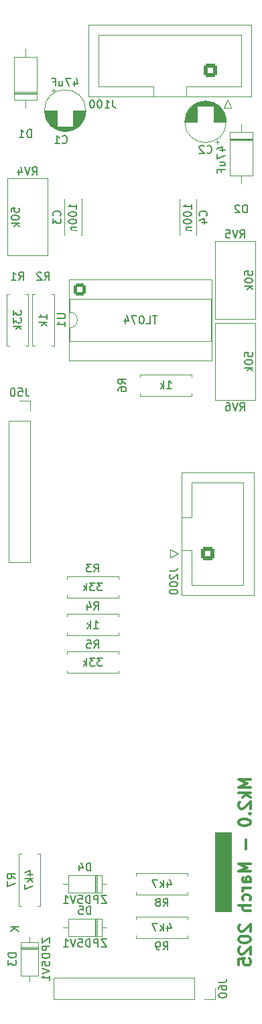
<source format=gbo>
%TF.GenerationSoftware,KiCad,Pcbnew,9.0.0*%
%TF.CreationDate,2025-03-15T22:52:04+01:00*%
%TF.ProjectId,DMH_Multiverter_Mk2_PCB,444d485f-4d75-46c7-9469-766572746572,1*%
%TF.SameCoordinates,Original*%
%TF.FileFunction,Legend,Bot*%
%TF.FilePolarity,Positive*%
%FSLAX46Y46*%
G04 Gerber Fmt 4.6, Leading zero omitted, Abs format (unit mm)*
G04 Created by KiCad (PCBNEW 9.0.0) date 2025-03-15 22:52:04*
%MOMM*%
%LPD*%
G01*
G04 APERTURE LIST*
G04 Aperture macros list*
%AMRoundRect*
0 Rectangle with rounded corners*
0 $1 Rounding radius*
0 $2 $3 $4 $5 $6 $7 $8 $9 X,Y pos of 4 corners*
0 Add a 4 corners polygon primitive as box body*
4,1,4,$2,$3,$4,$5,$6,$7,$8,$9,$2,$3,0*
0 Add four circle primitives for the rounded corners*
1,1,$1+$1,$2,$3*
1,1,$1+$1,$4,$5*
1,1,$1+$1,$6,$7*
1,1,$1+$1,$8,$9*
0 Add four rect primitives between the rounded corners*
20,1,$1+$1,$2,$3,$4,$5,0*
20,1,$1+$1,$4,$5,$6,$7,0*
20,1,$1+$1,$6,$7,$8,$9,0*
20,1,$1+$1,$8,$9,$2,$3,0*%
G04 Aperture macros list end*
%ADD10C,0.100000*%
%ADD11C,0.300000*%
%ADD12C,0.150000*%
%ADD13C,0.120000*%
%ADD14O,4.000000X4.200000*%
%ADD15C,1.800000*%
%ADD16R,1.800000X1.800000*%
%ADD17R,1.700000X1.700000*%
%ADD18C,1.600000*%
%ADD19O,1.600000X1.600000*%
%ADD20C,1.440000*%
%ADD21O,1.700000X1.700000*%
%ADD22R,1.600000X1.600000*%
%ADD23R,2.200000X2.200000*%
%ADD24O,2.200000X2.200000*%
%ADD25RoundRect,0.250000X-0.550000X0.550000X-0.550000X-0.550000X0.550000X-0.550000X0.550000X0.550000X0*%
%ADD26RoundRect,0.250000X0.600000X-0.600000X0.600000X0.600000X-0.600000X0.600000X-0.600000X-0.600000X0*%
%ADD27C,1.700000*%
%ADD28RoundRect,0.250000X-0.600000X-0.600000X0.600000X-0.600000X0.600000X0.600000X-0.600000X0.600000X0*%
G04 APERTURE END LIST*
D10*
X93750000Y-145250000D02*
X95750000Y-145250000D01*
X95750000Y-155250000D01*
X93750000Y-155250000D01*
X93750000Y-145250000D01*
G36*
X93750000Y-145250000D02*
G01*
X95750000Y-145250000D01*
X95750000Y-155250000D01*
X93750000Y-155250000D01*
X93750000Y-145250000D01*
G37*
D11*
X98178328Y-138535715D02*
X96678328Y-138535715D01*
X96678328Y-138535715D02*
X97749757Y-139035715D01*
X97749757Y-139035715D02*
X96678328Y-139535715D01*
X96678328Y-139535715D02*
X98178328Y-139535715D01*
X98178328Y-140250001D02*
X96678328Y-140250001D01*
X97606900Y-140392859D02*
X98178328Y-140821430D01*
X97178328Y-140821430D02*
X97749757Y-140250001D01*
X96821185Y-141392859D02*
X96749757Y-141464287D01*
X96749757Y-141464287D02*
X96678328Y-141607145D01*
X96678328Y-141607145D02*
X96678328Y-141964287D01*
X96678328Y-141964287D02*
X96749757Y-142107145D01*
X96749757Y-142107145D02*
X96821185Y-142178573D01*
X96821185Y-142178573D02*
X96964042Y-142250002D01*
X96964042Y-142250002D02*
X97106900Y-142250002D01*
X97106900Y-142250002D02*
X97321185Y-142178573D01*
X97321185Y-142178573D02*
X98178328Y-141321430D01*
X98178328Y-141321430D02*
X98178328Y-142250002D01*
X98035471Y-142892858D02*
X98106900Y-142964287D01*
X98106900Y-142964287D02*
X98178328Y-142892858D01*
X98178328Y-142892858D02*
X98106900Y-142821430D01*
X98106900Y-142821430D02*
X98035471Y-142892858D01*
X98035471Y-142892858D02*
X98178328Y-142892858D01*
X96678328Y-143892859D02*
X96678328Y-144035716D01*
X96678328Y-144035716D02*
X96749757Y-144178573D01*
X96749757Y-144178573D02*
X96821185Y-144250002D01*
X96821185Y-144250002D02*
X96964042Y-144321430D01*
X96964042Y-144321430D02*
X97249757Y-144392859D01*
X97249757Y-144392859D02*
X97606900Y-144392859D01*
X97606900Y-144392859D02*
X97892614Y-144321430D01*
X97892614Y-144321430D02*
X98035471Y-144250002D01*
X98035471Y-144250002D02*
X98106900Y-144178573D01*
X98106900Y-144178573D02*
X98178328Y-144035716D01*
X98178328Y-144035716D02*
X98178328Y-143892859D01*
X98178328Y-143892859D02*
X98106900Y-143750002D01*
X98106900Y-143750002D02*
X98035471Y-143678573D01*
X98035471Y-143678573D02*
X97892614Y-143607144D01*
X97892614Y-143607144D02*
X97606900Y-143535716D01*
X97606900Y-143535716D02*
X97249757Y-143535716D01*
X97249757Y-143535716D02*
X96964042Y-143607144D01*
X96964042Y-143607144D02*
X96821185Y-143678573D01*
X96821185Y-143678573D02*
X96749757Y-143750002D01*
X96749757Y-143750002D02*
X96678328Y-143892859D01*
X97606900Y-146178572D02*
X97606900Y-147321430D01*
X98178328Y-149178572D02*
X96678328Y-149178572D01*
X96678328Y-149178572D02*
X97749757Y-149678572D01*
X97749757Y-149678572D02*
X96678328Y-150178572D01*
X96678328Y-150178572D02*
X98178328Y-150178572D01*
X98178328Y-151535716D02*
X97392614Y-151535716D01*
X97392614Y-151535716D02*
X97249757Y-151464287D01*
X97249757Y-151464287D02*
X97178328Y-151321430D01*
X97178328Y-151321430D02*
X97178328Y-151035716D01*
X97178328Y-151035716D02*
X97249757Y-150892858D01*
X98106900Y-151535716D02*
X98178328Y-151392858D01*
X98178328Y-151392858D02*
X98178328Y-151035716D01*
X98178328Y-151035716D02*
X98106900Y-150892858D01*
X98106900Y-150892858D02*
X97964042Y-150821430D01*
X97964042Y-150821430D02*
X97821185Y-150821430D01*
X97821185Y-150821430D02*
X97678328Y-150892858D01*
X97678328Y-150892858D02*
X97606900Y-151035716D01*
X97606900Y-151035716D02*
X97606900Y-151392858D01*
X97606900Y-151392858D02*
X97535471Y-151535716D01*
X98178328Y-152250001D02*
X97178328Y-152250001D01*
X97464042Y-152250001D02*
X97321185Y-152321430D01*
X97321185Y-152321430D02*
X97249757Y-152392859D01*
X97249757Y-152392859D02*
X97178328Y-152535716D01*
X97178328Y-152535716D02*
X97178328Y-152678573D01*
X98106900Y-153821430D02*
X98178328Y-153678572D01*
X98178328Y-153678572D02*
X98178328Y-153392858D01*
X98178328Y-153392858D02*
X98106900Y-153250001D01*
X98106900Y-153250001D02*
X98035471Y-153178572D01*
X98035471Y-153178572D02*
X97892614Y-153107144D01*
X97892614Y-153107144D02*
X97464042Y-153107144D01*
X97464042Y-153107144D02*
X97321185Y-153178572D01*
X97321185Y-153178572D02*
X97249757Y-153250001D01*
X97249757Y-153250001D02*
X97178328Y-153392858D01*
X97178328Y-153392858D02*
X97178328Y-153678572D01*
X97178328Y-153678572D02*
X97249757Y-153821430D01*
X98178328Y-154464286D02*
X96678328Y-154464286D01*
X98178328Y-155107144D02*
X97392614Y-155107144D01*
X97392614Y-155107144D02*
X97249757Y-155035715D01*
X97249757Y-155035715D02*
X97178328Y-154892858D01*
X97178328Y-154892858D02*
X97178328Y-154678572D01*
X97178328Y-154678572D02*
X97249757Y-154535715D01*
X97249757Y-154535715D02*
X97321185Y-154464286D01*
X96821185Y-156892858D02*
X96749757Y-156964286D01*
X96749757Y-156964286D02*
X96678328Y-157107144D01*
X96678328Y-157107144D02*
X96678328Y-157464286D01*
X96678328Y-157464286D02*
X96749757Y-157607144D01*
X96749757Y-157607144D02*
X96821185Y-157678572D01*
X96821185Y-157678572D02*
X96964042Y-157750001D01*
X96964042Y-157750001D02*
X97106900Y-157750001D01*
X97106900Y-157750001D02*
X97321185Y-157678572D01*
X97321185Y-157678572D02*
X98178328Y-156821429D01*
X98178328Y-156821429D02*
X98178328Y-157750001D01*
X96678328Y-158678572D02*
X96678328Y-158821429D01*
X96678328Y-158821429D02*
X96749757Y-158964286D01*
X96749757Y-158964286D02*
X96821185Y-159035715D01*
X96821185Y-159035715D02*
X96964042Y-159107143D01*
X96964042Y-159107143D02*
X97249757Y-159178572D01*
X97249757Y-159178572D02*
X97606900Y-159178572D01*
X97606900Y-159178572D02*
X97892614Y-159107143D01*
X97892614Y-159107143D02*
X98035471Y-159035715D01*
X98035471Y-159035715D02*
X98106900Y-158964286D01*
X98106900Y-158964286D02*
X98178328Y-158821429D01*
X98178328Y-158821429D02*
X98178328Y-158678572D01*
X98178328Y-158678572D02*
X98106900Y-158535715D01*
X98106900Y-158535715D02*
X98035471Y-158464286D01*
X98035471Y-158464286D02*
X97892614Y-158392857D01*
X97892614Y-158392857D02*
X97606900Y-158321429D01*
X97606900Y-158321429D02*
X97249757Y-158321429D01*
X97249757Y-158321429D02*
X96964042Y-158392857D01*
X96964042Y-158392857D02*
X96821185Y-158464286D01*
X96821185Y-158464286D02*
X96749757Y-158535715D01*
X96749757Y-158535715D02*
X96678328Y-158678572D01*
X96821185Y-159750000D02*
X96749757Y-159821428D01*
X96749757Y-159821428D02*
X96678328Y-159964286D01*
X96678328Y-159964286D02*
X96678328Y-160321428D01*
X96678328Y-160321428D02*
X96749757Y-160464286D01*
X96749757Y-160464286D02*
X96821185Y-160535714D01*
X96821185Y-160535714D02*
X96964042Y-160607143D01*
X96964042Y-160607143D02*
X97106900Y-160607143D01*
X97106900Y-160607143D02*
X97321185Y-160535714D01*
X97321185Y-160535714D02*
X98178328Y-159678571D01*
X98178328Y-159678571D02*
X98178328Y-160607143D01*
X96678328Y-161964285D02*
X96678328Y-161249999D01*
X96678328Y-161249999D02*
X97392614Y-161178571D01*
X97392614Y-161178571D02*
X97321185Y-161249999D01*
X97321185Y-161249999D02*
X97249757Y-161392857D01*
X97249757Y-161392857D02*
X97249757Y-161749999D01*
X97249757Y-161749999D02*
X97321185Y-161892857D01*
X97321185Y-161892857D02*
X97392614Y-161964285D01*
X97392614Y-161964285D02*
X97535471Y-162035714D01*
X97535471Y-162035714D02*
X97892614Y-162035714D01*
X97892614Y-162035714D02*
X98035471Y-161964285D01*
X98035471Y-161964285D02*
X98106900Y-161892857D01*
X98106900Y-161892857D02*
X98178328Y-161749999D01*
X98178328Y-161749999D02*
X98178328Y-161392857D01*
X98178328Y-161392857D02*
X98106900Y-161249999D01*
X98106900Y-161249999D02*
X98035471Y-161178571D01*
D12*
X78416666Y-117084819D02*
X78749999Y-116608628D01*
X78988094Y-117084819D02*
X78988094Y-116084819D01*
X78988094Y-116084819D02*
X78607142Y-116084819D01*
X78607142Y-116084819D02*
X78511904Y-116132438D01*
X78511904Y-116132438D02*
X78464285Y-116180057D01*
X78464285Y-116180057D02*
X78416666Y-116275295D01*
X78416666Y-116275295D02*
X78416666Y-116418152D01*
X78416666Y-116418152D02*
X78464285Y-116513390D01*
X78464285Y-116513390D02*
X78511904Y-116561009D01*
X78511904Y-116561009D02*
X78607142Y-116608628D01*
X78607142Y-116608628D02*
X78988094Y-116608628D01*
X77559523Y-116418152D02*
X77559523Y-117084819D01*
X77797618Y-116037200D02*
X78035713Y-116751485D01*
X78035713Y-116751485D02*
X77416666Y-116751485D01*
X78369047Y-119454819D02*
X78940475Y-119454819D01*
X78654761Y-119454819D02*
X78654761Y-118454819D01*
X78654761Y-118454819D02*
X78749999Y-118597676D01*
X78749999Y-118597676D02*
X78845237Y-118692914D01*
X78845237Y-118692914D02*
X78940475Y-118740533D01*
X77940475Y-119454819D02*
X77940475Y-118454819D01*
X77845237Y-119073866D02*
X77559523Y-119454819D01*
X77559523Y-118788152D02*
X77940475Y-119169104D01*
X70595238Y-62194819D02*
X70928571Y-61718628D01*
X71166666Y-62194819D02*
X71166666Y-61194819D01*
X71166666Y-61194819D02*
X70785714Y-61194819D01*
X70785714Y-61194819D02*
X70690476Y-61242438D01*
X70690476Y-61242438D02*
X70642857Y-61290057D01*
X70642857Y-61290057D02*
X70595238Y-61385295D01*
X70595238Y-61385295D02*
X70595238Y-61528152D01*
X70595238Y-61528152D02*
X70642857Y-61623390D01*
X70642857Y-61623390D02*
X70690476Y-61671009D01*
X70690476Y-61671009D02*
X70785714Y-61718628D01*
X70785714Y-61718628D02*
X71166666Y-61718628D01*
X70309523Y-61194819D02*
X69976190Y-62194819D01*
X69976190Y-62194819D02*
X69642857Y-61194819D01*
X68880952Y-61528152D02*
X68880952Y-62194819D01*
X69119047Y-61147200D02*
X69357142Y-61861485D01*
X69357142Y-61861485D02*
X68738095Y-61861485D01*
X67954819Y-66857142D02*
X67954819Y-66380952D01*
X67954819Y-66380952D02*
X68431009Y-66333333D01*
X68431009Y-66333333D02*
X68383390Y-66380952D01*
X68383390Y-66380952D02*
X68335771Y-66476190D01*
X68335771Y-66476190D02*
X68335771Y-66714285D01*
X68335771Y-66714285D02*
X68383390Y-66809523D01*
X68383390Y-66809523D02*
X68431009Y-66857142D01*
X68431009Y-66857142D02*
X68526247Y-66904761D01*
X68526247Y-66904761D02*
X68764342Y-66904761D01*
X68764342Y-66904761D02*
X68859580Y-66857142D01*
X68859580Y-66857142D02*
X68907200Y-66809523D01*
X68907200Y-66809523D02*
X68954819Y-66714285D01*
X68954819Y-66714285D02*
X68954819Y-66476190D01*
X68954819Y-66476190D02*
X68907200Y-66380952D01*
X68907200Y-66380952D02*
X68859580Y-66333333D01*
X67954819Y-67523809D02*
X67954819Y-67619047D01*
X67954819Y-67619047D02*
X68002438Y-67714285D01*
X68002438Y-67714285D02*
X68050057Y-67761904D01*
X68050057Y-67761904D02*
X68145295Y-67809523D01*
X68145295Y-67809523D02*
X68335771Y-67857142D01*
X68335771Y-67857142D02*
X68573866Y-67857142D01*
X68573866Y-67857142D02*
X68764342Y-67809523D01*
X68764342Y-67809523D02*
X68859580Y-67761904D01*
X68859580Y-67761904D02*
X68907200Y-67714285D01*
X68907200Y-67714285D02*
X68954819Y-67619047D01*
X68954819Y-67619047D02*
X68954819Y-67523809D01*
X68954819Y-67523809D02*
X68907200Y-67428571D01*
X68907200Y-67428571D02*
X68859580Y-67380952D01*
X68859580Y-67380952D02*
X68764342Y-67333333D01*
X68764342Y-67333333D02*
X68573866Y-67285714D01*
X68573866Y-67285714D02*
X68335771Y-67285714D01*
X68335771Y-67285714D02*
X68145295Y-67333333D01*
X68145295Y-67333333D02*
X68050057Y-67380952D01*
X68050057Y-67380952D02*
X68002438Y-67428571D01*
X68002438Y-67428571D02*
X67954819Y-67523809D01*
X68954819Y-68285714D02*
X67954819Y-68285714D01*
X68573866Y-68380952D02*
X68954819Y-68666666D01*
X68288152Y-68666666D02*
X68669104Y-68285714D01*
X82454819Y-88583333D02*
X81978628Y-88250000D01*
X82454819Y-88011905D02*
X81454819Y-88011905D01*
X81454819Y-88011905D02*
X81454819Y-88392857D01*
X81454819Y-88392857D02*
X81502438Y-88488095D01*
X81502438Y-88488095D02*
X81550057Y-88535714D01*
X81550057Y-88535714D02*
X81645295Y-88583333D01*
X81645295Y-88583333D02*
X81788152Y-88583333D01*
X81788152Y-88583333D02*
X81883390Y-88535714D01*
X81883390Y-88535714D02*
X81931009Y-88488095D01*
X81931009Y-88488095D02*
X81978628Y-88392857D01*
X81978628Y-88392857D02*
X81978628Y-88011905D01*
X81454819Y-89440476D02*
X81454819Y-89250000D01*
X81454819Y-89250000D02*
X81502438Y-89154762D01*
X81502438Y-89154762D02*
X81550057Y-89107143D01*
X81550057Y-89107143D02*
X81692914Y-89011905D01*
X81692914Y-89011905D02*
X81883390Y-88964286D01*
X81883390Y-88964286D02*
X82264342Y-88964286D01*
X82264342Y-88964286D02*
X82359580Y-89011905D01*
X82359580Y-89011905D02*
X82407200Y-89059524D01*
X82407200Y-89059524D02*
X82454819Y-89154762D01*
X82454819Y-89154762D02*
X82454819Y-89345238D01*
X82454819Y-89345238D02*
X82407200Y-89440476D01*
X82407200Y-89440476D02*
X82359580Y-89488095D01*
X82359580Y-89488095D02*
X82264342Y-89535714D01*
X82264342Y-89535714D02*
X82026247Y-89535714D01*
X82026247Y-89535714D02*
X81931009Y-89488095D01*
X81931009Y-89488095D02*
X81883390Y-89440476D01*
X81883390Y-89440476D02*
X81835771Y-89345238D01*
X81835771Y-89345238D02*
X81835771Y-89154762D01*
X81835771Y-89154762D02*
X81883390Y-89059524D01*
X81883390Y-89059524D02*
X81931009Y-89011905D01*
X81931009Y-89011905D02*
X82026247Y-88964286D01*
X87619047Y-89204819D02*
X88190475Y-89204819D01*
X87904761Y-89204819D02*
X87904761Y-88204819D01*
X87904761Y-88204819D02*
X87999999Y-88347676D01*
X87999999Y-88347676D02*
X88095237Y-88442914D01*
X88095237Y-88442914D02*
X88190475Y-88490533D01*
X87190475Y-89204819D02*
X87190475Y-88204819D01*
X87095237Y-88823866D02*
X86809523Y-89204819D01*
X86809523Y-88538152D02*
X87190475Y-88919104D01*
X96845238Y-91954819D02*
X97178571Y-91478628D01*
X97416666Y-91954819D02*
X97416666Y-90954819D01*
X97416666Y-90954819D02*
X97035714Y-90954819D01*
X97035714Y-90954819D02*
X96940476Y-91002438D01*
X96940476Y-91002438D02*
X96892857Y-91050057D01*
X96892857Y-91050057D02*
X96845238Y-91145295D01*
X96845238Y-91145295D02*
X96845238Y-91288152D01*
X96845238Y-91288152D02*
X96892857Y-91383390D01*
X96892857Y-91383390D02*
X96940476Y-91431009D01*
X96940476Y-91431009D02*
X97035714Y-91478628D01*
X97035714Y-91478628D02*
X97416666Y-91478628D01*
X96559523Y-90954819D02*
X96226190Y-91954819D01*
X96226190Y-91954819D02*
X95892857Y-90954819D01*
X95130952Y-90954819D02*
X95321428Y-90954819D01*
X95321428Y-90954819D02*
X95416666Y-91002438D01*
X95416666Y-91002438D02*
X95464285Y-91050057D01*
X95464285Y-91050057D02*
X95559523Y-91192914D01*
X95559523Y-91192914D02*
X95607142Y-91383390D01*
X95607142Y-91383390D02*
X95607142Y-91764342D01*
X95607142Y-91764342D02*
X95559523Y-91859580D01*
X95559523Y-91859580D02*
X95511904Y-91907200D01*
X95511904Y-91907200D02*
X95416666Y-91954819D01*
X95416666Y-91954819D02*
X95226190Y-91954819D01*
X95226190Y-91954819D02*
X95130952Y-91907200D01*
X95130952Y-91907200D02*
X95083333Y-91859580D01*
X95083333Y-91859580D02*
X95035714Y-91764342D01*
X95035714Y-91764342D02*
X95035714Y-91526247D01*
X95035714Y-91526247D02*
X95083333Y-91431009D01*
X95083333Y-91431009D02*
X95130952Y-91383390D01*
X95130952Y-91383390D02*
X95226190Y-91335771D01*
X95226190Y-91335771D02*
X95416666Y-91335771D01*
X95416666Y-91335771D02*
X95511904Y-91383390D01*
X95511904Y-91383390D02*
X95559523Y-91431009D01*
X95559523Y-91431009D02*
X95607142Y-91526247D01*
X97454819Y-85097142D02*
X97454819Y-84620952D01*
X97454819Y-84620952D02*
X97931009Y-84573333D01*
X97931009Y-84573333D02*
X97883390Y-84620952D01*
X97883390Y-84620952D02*
X97835771Y-84716190D01*
X97835771Y-84716190D02*
X97835771Y-84954285D01*
X97835771Y-84954285D02*
X97883390Y-85049523D01*
X97883390Y-85049523D02*
X97931009Y-85097142D01*
X97931009Y-85097142D02*
X98026247Y-85144761D01*
X98026247Y-85144761D02*
X98264342Y-85144761D01*
X98264342Y-85144761D02*
X98359580Y-85097142D01*
X98359580Y-85097142D02*
X98407200Y-85049523D01*
X98407200Y-85049523D02*
X98454819Y-84954285D01*
X98454819Y-84954285D02*
X98454819Y-84716190D01*
X98454819Y-84716190D02*
X98407200Y-84620952D01*
X98407200Y-84620952D02*
X98359580Y-84573333D01*
X97454819Y-85763809D02*
X97454819Y-85859047D01*
X97454819Y-85859047D02*
X97502438Y-85954285D01*
X97502438Y-85954285D02*
X97550057Y-86001904D01*
X97550057Y-86001904D02*
X97645295Y-86049523D01*
X97645295Y-86049523D02*
X97835771Y-86097142D01*
X97835771Y-86097142D02*
X98073866Y-86097142D01*
X98073866Y-86097142D02*
X98264342Y-86049523D01*
X98264342Y-86049523D02*
X98359580Y-86001904D01*
X98359580Y-86001904D02*
X98407200Y-85954285D01*
X98407200Y-85954285D02*
X98454819Y-85859047D01*
X98454819Y-85859047D02*
X98454819Y-85763809D01*
X98454819Y-85763809D02*
X98407200Y-85668571D01*
X98407200Y-85668571D02*
X98359580Y-85620952D01*
X98359580Y-85620952D02*
X98264342Y-85573333D01*
X98264342Y-85573333D02*
X98073866Y-85525714D01*
X98073866Y-85525714D02*
X97835771Y-85525714D01*
X97835771Y-85525714D02*
X97645295Y-85573333D01*
X97645295Y-85573333D02*
X97550057Y-85620952D01*
X97550057Y-85620952D02*
X97502438Y-85668571D01*
X97502438Y-85668571D02*
X97454819Y-85763809D01*
X98454819Y-86525714D02*
X97454819Y-86525714D01*
X98073866Y-86620952D02*
X98454819Y-86906666D01*
X97788152Y-86906666D02*
X98169104Y-86525714D01*
X69809523Y-89124819D02*
X69809523Y-89839104D01*
X69809523Y-89839104D02*
X69857142Y-89981961D01*
X69857142Y-89981961D02*
X69952380Y-90077200D01*
X69952380Y-90077200D02*
X70095237Y-90124819D01*
X70095237Y-90124819D02*
X70190475Y-90124819D01*
X68857142Y-89124819D02*
X69333332Y-89124819D01*
X69333332Y-89124819D02*
X69380951Y-89601009D01*
X69380951Y-89601009D02*
X69333332Y-89553390D01*
X69333332Y-89553390D02*
X69238094Y-89505771D01*
X69238094Y-89505771D02*
X68999999Y-89505771D01*
X68999999Y-89505771D02*
X68904761Y-89553390D01*
X68904761Y-89553390D02*
X68857142Y-89601009D01*
X68857142Y-89601009D02*
X68809523Y-89696247D01*
X68809523Y-89696247D02*
X68809523Y-89934342D01*
X68809523Y-89934342D02*
X68857142Y-90029580D01*
X68857142Y-90029580D02*
X68904761Y-90077200D01*
X68904761Y-90077200D02*
X68999999Y-90124819D01*
X68999999Y-90124819D02*
X69238094Y-90124819D01*
X69238094Y-90124819D02*
X69333332Y-90077200D01*
X69333332Y-90077200D02*
X69380951Y-90029580D01*
X68190475Y-89124819D02*
X68095237Y-89124819D01*
X68095237Y-89124819D02*
X67999999Y-89172438D01*
X67999999Y-89172438D02*
X67952380Y-89220057D01*
X67952380Y-89220057D02*
X67904761Y-89315295D01*
X67904761Y-89315295D02*
X67857142Y-89505771D01*
X67857142Y-89505771D02*
X67857142Y-89743866D01*
X67857142Y-89743866D02*
X67904761Y-89934342D01*
X67904761Y-89934342D02*
X67952380Y-90029580D01*
X67952380Y-90029580D02*
X67999999Y-90077200D01*
X67999999Y-90077200D02*
X68095237Y-90124819D01*
X68095237Y-90124819D02*
X68190475Y-90124819D01*
X68190475Y-90124819D02*
X68285713Y-90077200D01*
X68285713Y-90077200D02*
X68333332Y-90029580D01*
X68333332Y-90029580D02*
X68380951Y-89934342D01*
X68380951Y-89934342D02*
X68428570Y-89743866D01*
X68428570Y-89743866D02*
X68428570Y-89505771D01*
X68428570Y-89505771D02*
X68380951Y-89315295D01*
X68380951Y-89315295D02*
X68333332Y-89220057D01*
X68333332Y-89220057D02*
X68285713Y-89172438D01*
X68285713Y-89172438D02*
X68190475Y-89124819D01*
X92609580Y-67333333D02*
X92657200Y-67285714D01*
X92657200Y-67285714D02*
X92704819Y-67142857D01*
X92704819Y-67142857D02*
X92704819Y-67047619D01*
X92704819Y-67047619D02*
X92657200Y-66904762D01*
X92657200Y-66904762D02*
X92561961Y-66809524D01*
X92561961Y-66809524D02*
X92466723Y-66761905D01*
X92466723Y-66761905D02*
X92276247Y-66714286D01*
X92276247Y-66714286D02*
X92133390Y-66714286D01*
X92133390Y-66714286D02*
X91942914Y-66761905D01*
X91942914Y-66761905D02*
X91847676Y-66809524D01*
X91847676Y-66809524D02*
X91752438Y-66904762D01*
X91752438Y-66904762D02*
X91704819Y-67047619D01*
X91704819Y-67047619D02*
X91704819Y-67142857D01*
X91704819Y-67142857D02*
X91752438Y-67285714D01*
X91752438Y-67285714D02*
X91800057Y-67333333D01*
X92038152Y-68190476D02*
X92704819Y-68190476D01*
X91657200Y-67952381D02*
X92371485Y-67714286D01*
X92371485Y-67714286D02*
X92371485Y-68333333D01*
X90704819Y-66452380D02*
X90704819Y-65880952D01*
X90704819Y-66166666D02*
X89704819Y-66166666D01*
X89704819Y-66166666D02*
X89847676Y-66071428D01*
X89847676Y-66071428D02*
X89942914Y-65976190D01*
X89942914Y-65976190D02*
X89990533Y-65880952D01*
X89704819Y-67071428D02*
X89704819Y-67166666D01*
X89704819Y-67166666D02*
X89752438Y-67261904D01*
X89752438Y-67261904D02*
X89800057Y-67309523D01*
X89800057Y-67309523D02*
X89895295Y-67357142D01*
X89895295Y-67357142D02*
X90085771Y-67404761D01*
X90085771Y-67404761D02*
X90323866Y-67404761D01*
X90323866Y-67404761D02*
X90514342Y-67357142D01*
X90514342Y-67357142D02*
X90609580Y-67309523D01*
X90609580Y-67309523D02*
X90657200Y-67261904D01*
X90657200Y-67261904D02*
X90704819Y-67166666D01*
X90704819Y-67166666D02*
X90704819Y-67071428D01*
X90704819Y-67071428D02*
X90657200Y-66976190D01*
X90657200Y-66976190D02*
X90609580Y-66928571D01*
X90609580Y-66928571D02*
X90514342Y-66880952D01*
X90514342Y-66880952D02*
X90323866Y-66833333D01*
X90323866Y-66833333D02*
X90085771Y-66833333D01*
X90085771Y-66833333D02*
X89895295Y-66880952D01*
X89895295Y-66880952D02*
X89800057Y-66928571D01*
X89800057Y-66928571D02*
X89752438Y-66976190D01*
X89752438Y-66976190D02*
X89704819Y-67071428D01*
X89704819Y-68023809D02*
X89704819Y-68119047D01*
X89704819Y-68119047D02*
X89752438Y-68214285D01*
X89752438Y-68214285D02*
X89800057Y-68261904D01*
X89800057Y-68261904D02*
X89895295Y-68309523D01*
X89895295Y-68309523D02*
X90085771Y-68357142D01*
X90085771Y-68357142D02*
X90323866Y-68357142D01*
X90323866Y-68357142D02*
X90514342Y-68309523D01*
X90514342Y-68309523D02*
X90609580Y-68261904D01*
X90609580Y-68261904D02*
X90657200Y-68214285D01*
X90657200Y-68214285D02*
X90704819Y-68119047D01*
X90704819Y-68119047D02*
X90704819Y-68023809D01*
X90704819Y-68023809D02*
X90657200Y-67928571D01*
X90657200Y-67928571D02*
X90609580Y-67880952D01*
X90609580Y-67880952D02*
X90514342Y-67833333D01*
X90514342Y-67833333D02*
X90323866Y-67785714D01*
X90323866Y-67785714D02*
X90085771Y-67785714D01*
X90085771Y-67785714D02*
X89895295Y-67833333D01*
X89895295Y-67833333D02*
X89800057Y-67880952D01*
X89800057Y-67880952D02*
X89752438Y-67928571D01*
X89752438Y-67928571D02*
X89704819Y-68023809D01*
X90038152Y-68785714D02*
X90704819Y-68785714D01*
X90133390Y-68785714D02*
X90085771Y-68833333D01*
X90085771Y-68833333D02*
X90038152Y-68928571D01*
X90038152Y-68928571D02*
X90038152Y-69071428D01*
X90038152Y-69071428D02*
X90085771Y-69166666D01*
X90085771Y-69166666D02*
X90181009Y-69214285D01*
X90181009Y-69214285D02*
X90704819Y-69214285D01*
X90181009Y-70023809D02*
X90181009Y-69690476D01*
X90704819Y-69690476D02*
X89704819Y-69690476D01*
X89704819Y-69690476D02*
X89704819Y-70166666D01*
X68584819Y-160511905D02*
X67584819Y-160511905D01*
X67584819Y-160511905D02*
X67584819Y-160750000D01*
X67584819Y-160750000D02*
X67632438Y-160892857D01*
X67632438Y-160892857D02*
X67727676Y-160988095D01*
X67727676Y-160988095D02*
X67822914Y-161035714D01*
X67822914Y-161035714D02*
X68013390Y-161083333D01*
X68013390Y-161083333D02*
X68156247Y-161083333D01*
X68156247Y-161083333D02*
X68346723Y-161035714D01*
X68346723Y-161035714D02*
X68441961Y-160988095D01*
X68441961Y-160988095D02*
X68537200Y-160892857D01*
X68537200Y-160892857D02*
X68584819Y-160750000D01*
X68584819Y-160750000D02*
X68584819Y-160511905D01*
X67584819Y-161416667D02*
X67584819Y-162035714D01*
X67584819Y-162035714D02*
X67965771Y-161702381D01*
X67965771Y-161702381D02*
X67965771Y-161845238D01*
X67965771Y-161845238D02*
X68013390Y-161940476D01*
X68013390Y-161940476D02*
X68061009Y-161988095D01*
X68061009Y-161988095D02*
X68156247Y-162035714D01*
X68156247Y-162035714D02*
X68394342Y-162035714D01*
X68394342Y-162035714D02*
X68489580Y-161988095D01*
X68489580Y-161988095D02*
X68537200Y-161940476D01*
X68537200Y-161940476D02*
X68584819Y-161845238D01*
X68584819Y-161845238D02*
X68584819Y-161559524D01*
X68584819Y-161559524D02*
X68537200Y-161464286D01*
X68537200Y-161464286D02*
X68489580Y-161416667D01*
X71824819Y-158535714D02*
X71824819Y-159202380D01*
X71824819Y-159202380D02*
X72824819Y-158535714D01*
X72824819Y-158535714D02*
X72824819Y-159202380D01*
X72824819Y-159583333D02*
X71824819Y-159583333D01*
X71824819Y-159583333D02*
X71824819Y-159964285D01*
X71824819Y-159964285D02*
X71872438Y-160059523D01*
X71872438Y-160059523D02*
X71920057Y-160107142D01*
X71920057Y-160107142D02*
X72015295Y-160154761D01*
X72015295Y-160154761D02*
X72158152Y-160154761D01*
X72158152Y-160154761D02*
X72253390Y-160107142D01*
X72253390Y-160107142D02*
X72301009Y-160059523D01*
X72301009Y-160059523D02*
X72348628Y-159964285D01*
X72348628Y-159964285D02*
X72348628Y-159583333D01*
X72824819Y-160583333D02*
X71824819Y-160583333D01*
X71824819Y-160583333D02*
X71824819Y-160821428D01*
X71824819Y-160821428D02*
X71872438Y-160964285D01*
X71872438Y-160964285D02*
X71967676Y-161059523D01*
X71967676Y-161059523D02*
X72062914Y-161107142D01*
X72062914Y-161107142D02*
X72253390Y-161154761D01*
X72253390Y-161154761D02*
X72396247Y-161154761D01*
X72396247Y-161154761D02*
X72586723Y-161107142D01*
X72586723Y-161107142D02*
X72681961Y-161059523D01*
X72681961Y-161059523D02*
X72777200Y-160964285D01*
X72777200Y-160964285D02*
X72824819Y-160821428D01*
X72824819Y-160821428D02*
X72824819Y-160583333D01*
X71824819Y-162059523D02*
X71824819Y-161583333D01*
X71824819Y-161583333D02*
X72301009Y-161535714D01*
X72301009Y-161535714D02*
X72253390Y-161583333D01*
X72253390Y-161583333D02*
X72205771Y-161678571D01*
X72205771Y-161678571D02*
X72205771Y-161916666D01*
X72205771Y-161916666D02*
X72253390Y-162011904D01*
X72253390Y-162011904D02*
X72301009Y-162059523D01*
X72301009Y-162059523D02*
X72396247Y-162107142D01*
X72396247Y-162107142D02*
X72634342Y-162107142D01*
X72634342Y-162107142D02*
X72729580Y-162059523D01*
X72729580Y-162059523D02*
X72777200Y-162011904D01*
X72777200Y-162011904D02*
X72824819Y-161916666D01*
X72824819Y-161916666D02*
X72824819Y-161678571D01*
X72824819Y-161678571D02*
X72777200Y-161583333D01*
X72777200Y-161583333D02*
X72729580Y-161535714D01*
X71824819Y-162392857D02*
X72824819Y-162726190D01*
X72824819Y-162726190D02*
X71824819Y-163059523D01*
X72824819Y-163916666D02*
X72824819Y-163345238D01*
X72824819Y-163630952D02*
X71824819Y-163630952D01*
X71824819Y-163630952D02*
X71967676Y-163535714D01*
X71967676Y-163535714D02*
X72062914Y-163440476D01*
X72062914Y-163440476D02*
X72110533Y-163345238D01*
X68904819Y-157178095D02*
X67904819Y-157178095D01*
X68904819Y-157749523D02*
X68333390Y-157320952D01*
X67904819Y-157749523D02*
X68476247Y-157178095D01*
X68454819Y-151083333D02*
X67978628Y-150750000D01*
X68454819Y-150511905D02*
X67454819Y-150511905D01*
X67454819Y-150511905D02*
X67454819Y-150892857D01*
X67454819Y-150892857D02*
X67502438Y-150988095D01*
X67502438Y-150988095D02*
X67550057Y-151035714D01*
X67550057Y-151035714D02*
X67645295Y-151083333D01*
X67645295Y-151083333D02*
X67788152Y-151083333D01*
X67788152Y-151083333D02*
X67883390Y-151035714D01*
X67883390Y-151035714D02*
X67931009Y-150988095D01*
X67931009Y-150988095D02*
X67978628Y-150892857D01*
X67978628Y-150892857D02*
X67978628Y-150511905D01*
X67454819Y-151416667D02*
X67454819Y-152083333D01*
X67454819Y-152083333D02*
X68454819Y-151654762D01*
X70038152Y-150559523D02*
X70704819Y-150559523D01*
X69657200Y-150321428D02*
X70371485Y-150083333D01*
X70371485Y-150083333D02*
X70371485Y-150702380D01*
X70704819Y-151083333D02*
X69704819Y-151083333D01*
X70323866Y-151178571D02*
X70704819Y-151464285D01*
X70038152Y-151464285D02*
X70419104Y-151083333D01*
X69704819Y-151797619D02*
X69704819Y-152464285D01*
X69704819Y-152464285D02*
X70704819Y-152035714D01*
X77988094Y-155584819D02*
X77988094Y-154584819D01*
X77988094Y-154584819D02*
X77749999Y-154584819D01*
X77749999Y-154584819D02*
X77607142Y-154632438D01*
X77607142Y-154632438D02*
X77511904Y-154727676D01*
X77511904Y-154727676D02*
X77464285Y-154822914D01*
X77464285Y-154822914D02*
X77416666Y-155013390D01*
X77416666Y-155013390D02*
X77416666Y-155156247D01*
X77416666Y-155156247D02*
X77464285Y-155346723D01*
X77464285Y-155346723D02*
X77511904Y-155441961D01*
X77511904Y-155441961D02*
X77607142Y-155537200D01*
X77607142Y-155537200D02*
X77749999Y-155584819D01*
X77749999Y-155584819D02*
X77988094Y-155584819D01*
X76511904Y-154584819D02*
X76988094Y-154584819D01*
X76988094Y-154584819D02*
X77035713Y-155061009D01*
X77035713Y-155061009D02*
X76988094Y-155013390D01*
X76988094Y-155013390D02*
X76892856Y-154965771D01*
X76892856Y-154965771D02*
X76654761Y-154965771D01*
X76654761Y-154965771D02*
X76559523Y-155013390D01*
X76559523Y-155013390D02*
X76511904Y-155061009D01*
X76511904Y-155061009D02*
X76464285Y-155156247D01*
X76464285Y-155156247D02*
X76464285Y-155394342D01*
X76464285Y-155394342D02*
X76511904Y-155489580D01*
X76511904Y-155489580D02*
X76559523Y-155537200D01*
X76559523Y-155537200D02*
X76654761Y-155584819D01*
X76654761Y-155584819D02*
X76892856Y-155584819D01*
X76892856Y-155584819D02*
X76988094Y-155537200D01*
X76988094Y-155537200D02*
X77035713Y-155489580D01*
X79964285Y-158704819D02*
X79297619Y-158704819D01*
X79297619Y-158704819D02*
X79964285Y-159704819D01*
X79964285Y-159704819D02*
X79297619Y-159704819D01*
X78916666Y-159704819D02*
X78916666Y-158704819D01*
X78916666Y-158704819D02*
X78535714Y-158704819D01*
X78535714Y-158704819D02*
X78440476Y-158752438D01*
X78440476Y-158752438D02*
X78392857Y-158800057D01*
X78392857Y-158800057D02*
X78345238Y-158895295D01*
X78345238Y-158895295D02*
X78345238Y-159038152D01*
X78345238Y-159038152D02*
X78392857Y-159133390D01*
X78392857Y-159133390D02*
X78440476Y-159181009D01*
X78440476Y-159181009D02*
X78535714Y-159228628D01*
X78535714Y-159228628D02*
X78916666Y-159228628D01*
X77916666Y-159704819D02*
X77916666Y-158704819D01*
X77916666Y-158704819D02*
X77678571Y-158704819D01*
X77678571Y-158704819D02*
X77535714Y-158752438D01*
X77535714Y-158752438D02*
X77440476Y-158847676D01*
X77440476Y-158847676D02*
X77392857Y-158942914D01*
X77392857Y-158942914D02*
X77345238Y-159133390D01*
X77345238Y-159133390D02*
X77345238Y-159276247D01*
X77345238Y-159276247D02*
X77392857Y-159466723D01*
X77392857Y-159466723D02*
X77440476Y-159561961D01*
X77440476Y-159561961D02*
X77535714Y-159657200D01*
X77535714Y-159657200D02*
X77678571Y-159704819D01*
X77678571Y-159704819D02*
X77916666Y-159704819D01*
X76440476Y-158704819D02*
X76916666Y-158704819D01*
X76916666Y-158704819D02*
X76964285Y-159181009D01*
X76964285Y-159181009D02*
X76916666Y-159133390D01*
X76916666Y-159133390D02*
X76821428Y-159085771D01*
X76821428Y-159085771D02*
X76583333Y-159085771D01*
X76583333Y-159085771D02*
X76488095Y-159133390D01*
X76488095Y-159133390D02*
X76440476Y-159181009D01*
X76440476Y-159181009D02*
X76392857Y-159276247D01*
X76392857Y-159276247D02*
X76392857Y-159514342D01*
X76392857Y-159514342D02*
X76440476Y-159609580D01*
X76440476Y-159609580D02*
X76488095Y-159657200D01*
X76488095Y-159657200D02*
X76583333Y-159704819D01*
X76583333Y-159704819D02*
X76821428Y-159704819D01*
X76821428Y-159704819D02*
X76916666Y-159657200D01*
X76916666Y-159657200D02*
X76964285Y-159609580D01*
X76107142Y-158704819D02*
X75773809Y-159704819D01*
X75773809Y-159704819D02*
X75440476Y-158704819D01*
X74583333Y-159704819D02*
X75154761Y-159704819D01*
X74869047Y-159704819D02*
X74869047Y-158704819D01*
X74869047Y-158704819D02*
X74964285Y-158847676D01*
X74964285Y-158847676D02*
X75059523Y-158942914D01*
X75059523Y-158942914D02*
X75154761Y-158990533D01*
X97738094Y-66954819D02*
X97738094Y-65954819D01*
X97738094Y-65954819D02*
X97499999Y-65954819D01*
X97499999Y-65954819D02*
X97357142Y-66002438D01*
X97357142Y-66002438D02*
X97261904Y-66097676D01*
X97261904Y-66097676D02*
X97214285Y-66192914D01*
X97214285Y-66192914D02*
X97166666Y-66383390D01*
X97166666Y-66383390D02*
X97166666Y-66526247D01*
X97166666Y-66526247D02*
X97214285Y-66716723D01*
X97214285Y-66716723D02*
X97261904Y-66811961D01*
X97261904Y-66811961D02*
X97357142Y-66907200D01*
X97357142Y-66907200D02*
X97499999Y-66954819D01*
X97499999Y-66954819D02*
X97738094Y-66954819D01*
X96785713Y-66050057D02*
X96738094Y-66002438D01*
X96738094Y-66002438D02*
X96642856Y-65954819D01*
X96642856Y-65954819D02*
X96404761Y-65954819D01*
X96404761Y-65954819D02*
X96309523Y-66002438D01*
X96309523Y-66002438D02*
X96261904Y-66050057D01*
X96261904Y-66050057D02*
X96214285Y-66145295D01*
X96214285Y-66145295D02*
X96214285Y-66240533D01*
X96214285Y-66240533D02*
X96261904Y-66383390D01*
X96261904Y-66383390D02*
X96833332Y-66954819D01*
X96833332Y-66954819D02*
X96214285Y-66954819D01*
X87166666Y-160074819D02*
X87499999Y-159598628D01*
X87738094Y-160074819D02*
X87738094Y-159074819D01*
X87738094Y-159074819D02*
X87357142Y-159074819D01*
X87357142Y-159074819D02*
X87261904Y-159122438D01*
X87261904Y-159122438D02*
X87214285Y-159170057D01*
X87214285Y-159170057D02*
X87166666Y-159265295D01*
X87166666Y-159265295D02*
X87166666Y-159408152D01*
X87166666Y-159408152D02*
X87214285Y-159503390D01*
X87214285Y-159503390D02*
X87261904Y-159551009D01*
X87261904Y-159551009D02*
X87357142Y-159598628D01*
X87357142Y-159598628D02*
X87738094Y-159598628D01*
X86690475Y-160074819D02*
X86499999Y-160074819D01*
X86499999Y-160074819D02*
X86404761Y-160027200D01*
X86404761Y-160027200D02*
X86357142Y-159979580D01*
X86357142Y-159979580D02*
X86261904Y-159836723D01*
X86261904Y-159836723D02*
X86214285Y-159646247D01*
X86214285Y-159646247D02*
X86214285Y-159265295D01*
X86214285Y-159265295D02*
X86261904Y-159170057D01*
X86261904Y-159170057D02*
X86309523Y-159122438D01*
X86309523Y-159122438D02*
X86404761Y-159074819D01*
X86404761Y-159074819D02*
X86595237Y-159074819D01*
X86595237Y-159074819D02*
X86690475Y-159122438D01*
X86690475Y-159122438D02*
X86738094Y-159170057D01*
X86738094Y-159170057D02*
X86785713Y-159265295D01*
X86785713Y-159265295D02*
X86785713Y-159503390D01*
X86785713Y-159503390D02*
X86738094Y-159598628D01*
X86738094Y-159598628D02*
X86690475Y-159646247D01*
X86690475Y-159646247D02*
X86595237Y-159693866D01*
X86595237Y-159693866D02*
X86404761Y-159693866D01*
X86404761Y-159693866D02*
X86309523Y-159646247D01*
X86309523Y-159646247D02*
X86261904Y-159598628D01*
X86261904Y-159598628D02*
X86214285Y-159503390D01*
X87690476Y-157038152D02*
X87690476Y-157704819D01*
X87928571Y-156657200D02*
X88166666Y-157371485D01*
X88166666Y-157371485D02*
X87547619Y-157371485D01*
X87166666Y-157704819D02*
X87166666Y-156704819D01*
X87071428Y-157323866D02*
X86785714Y-157704819D01*
X86785714Y-157038152D02*
X87166666Y-157419104D01*
X86452380Y-156704819D02*
X85785714Y-156704819D01*
X85785714Y-156704819D02*
X86214285Y-157704819D01*
X72166666Y-75454819D02*
X72499999Y-74978628D01*
X72738094Y-75454819D02*
X72738094Y-74454819D01*
X72738094Y-74454819D02*
X72357142Y-74454819D01*
X72357142Y-74454819D02*
X72261904Y-74502438D01*
X72261904Y-74502438D02*
X72214285Y-74550057D01*
X72214285Y-74550057D02*
X72166666Y-74645295D01*
X72166666Y-74645295D02*
X72166666Y-74788152D01*
X72166666Y-74788152D02*
X72214285Y-74883390D01*
X72214285Y-74883390D02*
X72261904Y-74931009D01*
X72261904Y-74931009D02*
X72357142Y-74978628D01*
X72357142Y-74978628D02*
X72738094Y-74978628D01*
X71785713Y-74550057D02*
X71738094Y-74502438D01*
X71738094Y-74502438D02*
X71642856Y-74454819D01*
X71642856Y-74454819D02*
X71404761Y-74454819D01*
X71404761Y-74454819D02*
X71309523Y-74502438D01*
X71309523Y-74502438D02*
X71261904Y-74550057D01*
X71261904Y-74550057D02*
X71214285Y-74645295D01*
X71214285Y-74645295D02*
X71214285Y-74740533D01*
X71214285Y-74740533D02*
X71261904Y-74883390D01*
X71261904Y-74883390D02*
X71833332Y-75454819D01*
X71833332Y-75454819D02*
X71214285Y-75454819D01*
X72454819Y-80380952D02*
X72454819Y-79809524D01*
X72454819Y-80095238D02*
X71454819Y-80095238D01*
X71454819Y-80095238D02*
X71597676Y-80000000D01*
X71597676Y-80000000D02*
X71692914Y-79904762D01*
X71692914Y-79904762D02*
X71740533Y-79809524D01*
X72454819Y-80809524D02*
X71454819Y-80809524D01*
X72073866Y-80904762D02*
X72454819Y-81190476D01*
X71788152Y-81190476D02*
X72169104Y-80809524D01*
X96845238Y-70124819D02*
X97178571Y-69648628D01*
X97416666Y-70124819D02*
X97416666Y-69124819D01*
X97416666Y-69124819D02*
X97035714Y-69124819D01*
X97035714Y-69124819D02*
X96940476Y-69172438D01*
X96940476Y-69172438D02*
X96892857Y-69220057D01*
X96892857Y-69220057D02*
X96845238Y-69315295D01*
X96845238Y-69315295D02*
X96845238Y-69458152D01*
X96845238Y-69458152D02*
X96892857Y-69553390D01*
X96892857Y-69553390D02*
X96940476Y-69601009D01*
X96940476Y-69601009D02*
X97035714Y-69648628D01*
X97035714Y-69648628D02*
X97416666Y-69648628D01*
X96559523Y-69124819D02*
X96226190Y-70124819D01*
X96226190Y-70124819D02*
X95892857Y-69124819D01*
X95083333Y-69124819D02*
X95559523Y-69124819D01*
X95559523Y-69124819D02*
X95607142Y-69601009D01*
X95607142Y-69601009D02*
X95559523Y-69553390D01*
X95559523Y-69553390D02*
X95464285Y-69505771D01*
X95464285Y-69505771D02*
X95226190Y-69505771D01*
X95226190Y-69505771D02*
X95130952Y-69553390D01*
X95130952Y-69553390D02*
X95083333Y-69601009D01*
X95083333Y-69601009D02*
X95035714Y-69696247D01*
X95035714Y-69696247D02*
X95035714Y-69934342D01*
X95035714Y-69934342D02*
X95083333Y-70029580D01*
X95083333Y-70029580D02*
X95130952Y-70077200D01*
X95130952Y-70077200D02*
X95226190Y-70124819D01*
X95226190Y-70124819D02*
X95464285Y-70124819D01*
X95464285Y-70124819D02*
X95559523Y-70077200D01*
X95559523Y-70077200D02*
X95607142Y-70029580D01*
X97454819Y-74807142D02*
X97454819Y-74330952D01*
X97454819Y-74330952D02*
X97931009Y-74283333D01*
X97931009Y-74283333D02*
X97883390Y-74330952D01*
X97883390Y-74330952D02*
X97835771Y-74426190D01*
X97835771Y-74426190D02*
X97835771Y-74664285D01*
X97835771Y-74664285D02*
X97883390Y-74759523D01*
X97883390Y-74759523D02*
X97931009Y-74807142D01*
X97931009Y-74807142D02*
X98026247Y-74854761D01*
X98026247Y-74854761D02*
X98264342Y-74854761D01*
X98264342Y-74854761D02*
X98359580Y-74807142D01*
X98359580Y-74807142D02*
X98407200Y-74759523D01*
X98407200Y-74759523D02*
X98454819Y-74664285D01*
X98454819Y-74664285D02*
X98454819Y-74426190D01*
X98454819Y-74426190D02*
X98407200Y-74330952D01*
X98407200Y-74330952D02*
X98359580Y-74283333D01*
X97454819Y-75473809D02*
X97454819Y-75569047D01*
X97454819Y-75569047D02*
X97502438Y-75664285D01*
X97502438Y-75664285D02*
X97550057Y-75711904D01*
X97550057Y-75711904D02*
X97645295Y-75759523D01*
X97645295Y-75759523D02*
X97835771Y-75807142D01*
X97835771Y-75807142D02*
X98073866Y-75807142D01*
X98073866Y-75807142D02*
X98264342Y-75759523D01*
X98264342Y-75759523D02*
X98359580Y-75711904D01*
X98359580Y-75711904D02*
X98407200Y-75664285D01*
X98407200Y-75664285D02*
X98454819Y-75569047D01*
X98454819Y-75569047D02*
X98454819Y-75473809D01*
X98454819Y-75473809D02*
X98407200Y-75378571D01*
X98407200Y-75378571D02*
X98359580Y-75330952D01*
X98359580Y-75330952D02*
X98264342Y-75283333D01*
X98264342Y-75283333D02*
X98073866Y-75235714D01*
X98073866Y-75235714D02*
X97835771Y-75235714D01*
X97835771Y-75235714D02*
X97645295Y-75283333D01*
X97645295Y-75283333D02*
X97550057Y-75330952D01*
X97550057Y-75330952D02*
X97502438Y-75378571D01*
X97502438Y-75378571D02*
X97454819Y-75473809D01*
X98454819Y-76235714D02*
X97454819Y-76235714D01*
X98073866Y-76330952D02*
X98454819Y-76616666D01*
X97788152Y-76616666D02*
X98169104Y-76235714D01*
X73759819Y-79738095D02*
X74569342Y-79738095D01*
X74569342Y-79738095D02*
X74664580Y-79785714D01*
X74664580Y-79785714D02*
X74712200Y-79833333D01*
X74712200Y-79833333D02*
X74759819Y-79928571D01*
X74759819Y-79928571D02*
X74759819Y-80119047D01*
X74759819Y-80119047D02*
X74712200Y-80214285D01*
X74712200Y-80214285D02*
X74664580Y-80261904D01*
X74664580Y-80261904D02*
X74569342Y-80309523D01*
X74569342Y-80309523D02*
X73759819Y-80309523D01*
X74759819Y-81309523D02*
X74759819Y-80738095D01*
X74759819Y-81023809D02*
X73759819Y-81023809D01*
X73759819Y-81023809D02*
X73902676Y-80928571D01*
X73902676Y-80928571D02*
X73997914Y-80833333D01*
X73997914Y-80833333D02*
X74045533Y-80738095D01*
X86374047Y-79954819D02*
X85802619Y-79954819D01*
X86088333Y-80954819D02*
X86088333Y-79954819D01*
X84993095Y-80954819D02*
X85469285Y-80954819D01*
X85469285Y-80954819D02*
X85469285Y-79954819D01*
X84469285Y-79954819D02*
X84374047Y-79954819D01*
X84374047Y-79954819D02*
X84278809Y-80002438D01*
X84278809Y-80002438D02*
X84231190Y-80050057D01*
X84231190Y-80050057D02*
X84183571Y-80145295D01*
X84183571Y-80145295D02*
X84135952Y-80335771D01*
X84135952Y-80335771D02*
X84135952Y-80573866D01*
X84135952Y-80573866D02*
X84183571Y-80764342D01*
X84183571Y-80764342D02*
X84231190Y-80859580D01*
X84231190Y-80859580D02*
X84278809Y-80907200D01*
X84278809Y-80907200D02*
X84374047Y-80954819D01*
X84374047Y-80954819D02*
X84469285Y-80954819D01*
X84469285Y-80954819D02*
X84564523Y-80907200D01*
X84564523Y-80907200D02*
X84612142Y-80859580D01*
X84612142Y-80859580D02*
X84659761Y-80764342D01*
X84659761Y-80764342D02*
X84707380Y-80573866D01*
X84707380Y-80573866D02*
X84707380Y-80335771D01*
X84707380Y-80335771D02*
X84659761Y-80145295D01*
X84659761Y-80145295D02*
X84612142Y-80050057D01*
X84612142Y-80050057D02*
X84564523Y-80002438D01*
X84564523Y-80002438D02*
X84469285Y-79954819D01*
X83802618Y-79954819D02*
X83135952Y-79954819D01*
X83135952Y-79954819D02*
X83564523Y-80954819D01*
X82326428Y-80288152D02*
X82326428Y-80954819D01*
X82564523Y-79907200D02*
X82802618Y-80621485D01*
X82802618Y-80621485D02*
X82183571Y-80621485D01*
X70488094Y-57454819D02*
X70488094Y-56454819D01*
X70488094Y-56454819D02*
X70249999Y-56454819D01*
X70249999Y-56454819D02*
X70107142Y-56502438D01*
X70107142Y-56502438D02*
X70011904Y-56597676D01*
X70011904Y-56597676D02*
X69964285Y-56692914D01*
X69964285Y-56692914D02*
X69916666Y-56883390D01*
X69916666Y-56883390D02*
X69916666Y-57026247D01*
X69916666Y-57026247D02*
X69964285Y-57216723D01*
X69964285Y-57216723D02*
X70011904Y-57311961D01*
X70011904Y-57311961D02*
X70107142Y-57407200D01*
X70107142Y-57407200D02*
X70249999Y-57454819D01*
X70249999Y-57454819D02*
X70488094Y-57454819D01*
X68964285Y-57454819D02*
X69535713Y-57454819D01*
X69249999Y-57454819D02*
X69249999Y-56454819D01*
X69249999Y-56454819D02*
X69345237Y-56597676D01*
X69345237Y-56597676D02*
X69440475Y-56692914D01*
X69440475Y-56692914D02*
X69535713Y-56740533D01*
X78416666Y-112334819D02*
X78749999Y-111858628D01*
X78988094Y-112334819D02*
X78988094Y-111334819D01*
X78988094Y-111334819D02*
X78607142Y-111334819D01*
X78607142Y-111334819D02*
X78511904Y-111382438D01*
X78511904Y-111382438D02*
X78464285Y-111430057D01*
X78464285Y-111430057D02*
X78416666Y-111525295D01*
X78416666Y-111525295D02*
X78416666Y-111668152D01*
X78416666Y-111668152D02*
X78464285Y-111763390D01*
X78464285Y-111763390D02*
X78511904Y-111811009D01*
X78511904Y-111811009D02*
X78607142Y-111858628D01*
X78607142Y-111858628D02*
X78988094Y-111858628D01*
X78083332Y-111334819D02*
X77464285Y-111334819D01*
X77464285Y-111334819D02*
X77797618Y-111715771D01*
X77797618Y-111715771D02*
X77654761Y-111715771D01*
X77654761Y-111715771D02*
X77559523Y-111763390D01*
X77559523Y-111763390D02*
X77511904Y-111811009D01*
X77511904Y-111811009D02*
X77464285Y-111906247D01*
X77464285Y-111906247D02*
X77464285Y-112144342D01*
X77464285Y-112144342D02*
X77511904Y-112239580D01*
X77511904Y-112239580D02*
X77559523Y-112287200D01*
X77559523Y-112287200D02*
X77654761Y-112334819D01*
X77654761Y-112334819D02*
X77940475Y-112334819D01*
X77940475Y-112334819D02*
X78035713Y-112287200D01*
X78035713Y-112287200D02*
X78083332Y-112239580D01*
X79464285Y-113704819D02*
X78845238Y-113704819D01*
X78845238Y-113704819D02*
X79178571Y-114085771D01*
X79178571Y-114085771D02*
X79035714Y-114085771D01*
X79035714Y-114085771D02*
X78940476Y-114133390D01*
X78940476Y-114133390D02*
X78892857Y-114181009D01*
X78892857Y-114181009D02*
X78845238Y-114276247D01*
X78845238Y-114276247D02*
X78845238Y-114514342D01*
X78845238Y-114514342D02*
X78892857Y-114609580D01*
X78892857Y-114609580D02*
X78940476Y-114657200D01*
X78940476Y-114657200D02*
X79035714Y-114704819D01*
X79035714Y-114704819D02*
X79321428Y-114704819D01*
X79321428Y-114704819D02*
X79416666Y-114657200D01*
X79416666Y-114657200D02*
X79464285Y-114609580D01*
X78511904Y-113704819D02*
X77892857Y-113704819D01*
X77892857Y-113704819D02*
X78226190Y-114085771D01*
X78226190Y-114085771D02*
X78083333Y-114085771D01*
X78083333Y-114085771D02*
X77988095Y-114133390D01*
X77988095Y-114133390D02*
X77940476Y-114181009D01*
X77940476Y-114181009D02*
X77892857Y-114276247D01*
X77892857Y-114276247D02*
X77892857Y-114514342D01*
X77892857Y-114514342D02*
X77940476Y-114609580D01*
X77940476Y-114609580D02*
X77988095Y-114657200D01*
X77988095Y-114657200D02*
X78083333Y-114704819D01*
X78083333Y-114704819D02*
X78369047Y-114704819D01*
X78369047Y-114704819D02*
X78464285Y-114657200D01*
X78464285Y-114657200D02*
X78511904Y-114609580D01*
X77464285Y-114704819D02*
X77464285Y-113704819D01*
X77369047Y-114323866D02*
X77083333Y-114704819D01*
X77083333Y-114038152D02*
X77464285Y-114419104D01*
X78416666Y-121954819D02*
X78749999Y-121478628D01*
X78988094Y-121954819D02*
X78988094Y-120954819D01*
X78988094Y-120954819D02*
X78607142Y-120954819D01*
X78607142Y-120954819D02*
X78511904Y-121002438D01*
X78511904Y-121002438D02*
X78464285Y-121050057D01*
X78464285Y-121050057D02*
X78416666Y-121145295D01*
X78416666Y-121145295D02*
X78416666Y-121288152D01*
X78416666Y-121288152D02*
X78464285Y-121383390D01*
X78464285Y-121383390D02*
X78511904Y-121431009D01*
X78511904Y-121431009D02*
X78607142Y-121478628D01*
X78607142Y-121478628D02*
X78988094Y-121478628D01*
X77511904Y-120954819D02*
X77988094Y-120954819D01*
X77988094Y-120954819D02*
X78035713Y-121431009D01*
X78035713Y-121431009D02*
X77988094Y-121383390D01*
X77988094Y-121383390D02*
X77892856Y-121335771D01*
X77892856Y-121335771D02*
X77654761Y-121335771D01*
X77654761Y-121335771D02*
X77559523Y-121383390D01*
X77559523Y-121383390D02*
X77511904Y-121431009D01*
X77511904Y-121431009D02*
X77464285Y-121526247D01*
X77464285Y-121526247D02*
X77464285Y-121764342D01*
X77464285Y-121764342D02*
X77511904Y-121859580D01*
X77511904Y-121859580D02*
X77559523Y-121907200D01*
X77559523Y-121907200D02*
X77654761Y-121954819D01*
X77654761Y-121954819D02*
X77892856Y-121954819D01*
X77892856Y-121954819D02*
X77988094Y-121907200D01*
X77988094Y-121907200D02*
X78035713Y-121859580D01*
X79464285Y-123204819D02*
X78845238Y-123204819D01*
X78845238Y-123204819D02*
X79178571Y-123585771D01*
X79178571Y-123585771D02*
X79035714Y-123585771D01*
X79035714Y-123585771D02*
X78940476Y-123633390D01*
X78940476Y-123633390D02*
X78892857Y-123681009D01*
X78892857Y-123681009D02*
X78845238Y-123776247D01*
X78845238Y-123776247D02*
X78845238Y-124014342D01*
X78845238Y-124014342D02*
X78892857Y-124109580D01*
X78892857Y-124109580D02*
X78940476Y-124157200D01*
X78940476Y-124157200D02*
X79035714Y-124204819D01*
X79035714Y-124204819D02*
X79321428Y-124204819D01*
X79321428Y-124204819D02*
X79416666Y-124157200D01*
X79416666Y-124157200D02*
X79464285Y-124109580D01*
X78511904Y-123204819D02*
X77892857Y-123204819D01*
X77892857Y-123204819D02*
X78226190Y-123585771D01*
X78226190Y-123585771D02*
X78083333Y-123585771D01*
X78083333Y-123585771D02*
X77988095Y-123633390D01*
X77988095Y-123633390D02*
X77940476Y-123681009D01*
X77940476Y-123681009D02*
X77892857Y-123776247D01*
X77892857Y-123776247D02*
X77892857Y-124014342D01*
X77892857Y-124014342D02*
X77940476Y-124109580D01*
X77940476Y-124109580D02*
X77988095Y-124157200D01*
X77988095Y-124157200D02*
X78083333Y-124204819D01*
X78083333Y-124204819D02*
X78369047Y-124204819D01*
X78369047Y-124204819D02*
X78464285Y-124157200D01*
X78464285Y-124157200D02*
X78511904Y-124109580D01*
X77464285Y-124204819D02*
X77464285Y-123204819D01*
X77369047Y-123823866D02*
X77083333Y-124204819D01*
X77083333Y-123538152D02*
X77464285Y-123919104D01*
X92666666Y-59359580D02*
X92714285Y-59407200D01*
X92714285Y-59407200D02*
X92857142Y-59454819D01*
X92857142Y-59454819D02*
X92952380Y-59454819D01*
X92952380Y-59454819D02*
X93095237Y-59407200D01*
X93095237Y-59407200D02*
X93190475Y-59311961D01*
X93190475Y-59311961D02*
X93238094Y-59216723D01*
X93238094Y-59216723D02*
X93285713Y-59026247D01*
X93285713Y-59026247D02*
X93285713Y-58883390D01*
X93285713Y-58883390D02*
X93238094Y-58692914D01*
X93238094Y-58692914D02*
X93190475Y-58597676D01*
X93190475Y-58597676D02*
X93095237Y-58502438D01*
X93095237Y-58502438D02*
X92952380Y-58454819D01*
X92952380Y-58454819D02*
X92857142Y-58454819D01*
X92857142Y-58454819D02*
X92714285Y-58502438D01*
X92714285Y-58502438D02*
X92666666Y-58550057D01*
X92285713Y-58550057D02*
X92238094Y-58502438D01*
X92238094Y-58502438D02*
X92142856Y-58454819D01*
X92142856Y-58454819D02*
X91904761Y-58454819D01*
X91904761Y-58454819D02*
X91809523Y-58502438D01*
X91809523Y-58502438D02*
X91761904Y-58550057D01*
X91761904Y-58550057D02*
X91714285Y-58645295D01*
X91714285Y-58645295D02*
X91714285Y-58740533D01*
X91714285Y-58740533D02*
X91761904Y-58883390D01*
X91761904Y-58883390D02*
X92333332Y-59454819D01*
X92333332Y-59454819D02*
X91714285Y-59454819D01*
X94288152Y-59083333D02*
X94954819Y-59083333D01*
X93907200Y-58845238D02*
X94621485Y-58607143D01*
X94621485Y-58607143D02*
X94621485Y-59226190D01*
X93954819Y-59511905D02*
X93954819Y-60178571D01*
X93954819Y-60178571D02*
X94954819Y-59750000D01*
X94288152Y-60988095D02*
X94954819Y-60988095D01*
X94288152Y-60559524D02*
X94811961Y-60559524D01*
X94811961Y-60559524D02*
X94907200Y-60607143D01*
X94907200Y-60607143D02*
X94954819Y-60702381D01*
X94954819Y-60702381D02*
X94954819Y-60845238D01*
X94954819Y-60845238D02*
X94907200Y-60940476D01*
X94907200Y-60940476D02*
X94859580Y-60988095D01*
X94431009Y-61797619D02*
X94431009Y-61464286D01*
X94954819Y-61464286D02*
X93954819Y-61464286D01*
X93954819Y-61464286D02*
X93954819Y-61940476D01*
X77988094Y-150084819D02*
X77988094Y-149084819D01*
X77988094Y-149084819D02*
X77749999Y-149084819D01*
X77749999Y-149084819D02*
X77607142Y-149132438D01*
X77607142Y-149132438D02*
X77511904Y-149227676D01*
X77511904Y-149227676D02*
X77464285Y-149322914D01*
X77464285Y-149322914D02*
X77416666Y-149513390D01*
X77416666Y-149513390D02*
X77416666Y-149656247D01*
X77416666Y-149656247D02*
X77464285Y-149846723D01*
X77464285Y-149846723D02*
X77511904Y-149941961D01*
X77511904Y-149941961D02*
X77607142Y-150037200D01*
X77607142Y-150037200D02*
X77749999Y-150084819D01*
X77749999Y-150084819D02*
X77988094Y-150084819D01*
X76559523Y-149418152D02*
X76559523Y-150084819D01*
X76797618Y-149037200D02*
X77035713Y-149751485D01*
X77035713Y-149751485D02*
X76416666Y-149751485D01*
X79964285Y-153204819D02*
X79297619Y-153204819D01*
X79297619Y-153204819D02*
X79964285Y-154204819D01*
X79964285Y-154204819D02*
X79297619Y-154204819D01*
X78916666Y-154204819D02*
X78916666Y-153204819D01*
X78916666Y-153204819D02*
X78535714Y-153204819D01*
X78535714Y-153204819D02*
X78440476Y-153252438D01*
X78440476Y-153252438D02*
X78392857Y-153300057D01*
X78392857Y-153300057D02*
X78345238Y-153395295D01*
X78345238Y-153395295D02*
X78345238Y-153538152D01*
X78345238Y-153538152D02*
X78392857Y-153633390D01*
X78392857Y-153633390D02*
X78440476Y-153681009D01*
X78440476Y-153681009D02*
X78535714Y-153728628D01*
X78535714Y-153728628D02*
X78916666Y-153728628D01*
X77916666Y-154204819D02*
X77916666Y-153204819D01*
X77916666Y-153204819D02*
X77678571Y-153204819D01*
X77678571Y-153204819D02*
X77535714Y-153252438D01*
X77535714Y-153252438D02*
X77440476Y-153347676D01*
X77440476Y-153347676D02*
X77392857Y-153442914D01*
X77392857Y-153442914D02*
X77345238Y-153633390D01*
X77345238Y-153633390D02*
X77345238Y-153776247D01*
X77345238Y-153776247D02*
X77392857Y-153966723D01*
X77392857Y-153966723D02*
X77440476Y-154061961D01*
X77440476Y-154061961D02*
X77535714Y-154157200D01*
X77535714Y-154157200D02*
X77678571Y-154204819D01*
X77678571Y-154204819D02*
X77916666Y-154204819D01*
X76440476Y-153204819D02*
X76916666Y-153204819D01*
X76916666Y-153204819D02*
X76964285Y-153681009D01*
X76964285Y-153681009D02*
X76916666Y-153633390D01*
X76916666Y-153633390D02*
X76821428Y-153585771D01*
X76821428Y-153585771D02*
X76583333Y-153585771D01*
X76583333Y-153585771D02*
X76488095Y-153633390D01*
X76488095Y-153633390D02*
X76440476Y-153681009D01*
X76440476Y-153681009D02*
X76392857Y-153776247D01*
X76392857Y-153776247D02*
X76392857Y-154014342D01*
X76392857Y-154014342D02*
X76440476Y-154109580D01*
X76440476Y-154109580D02*
X76488095Y-154157200D01*
X76488095Y-154157200D02*
X76583333Y-154204819D01*
X76583333Y-154204819D02*
X76821428Y-154204819D01*
X76821428Y-154204819D02*
X76916666Y-154157200D01*
X76916666Y-154157200D02*
X76964285Y-154109580D01*
X76107142Y-153204819D02*
X75773809Y-154204819D01*
X75773809Y-154204819D02*
X75440476Y-153204819D01*
X74583333Y-154204819D02*
X75154761Y-154204819D01*
X74869047Y-154204819D02*
X74869047Y-153204819D01*
X74869047Y-153204819D02*
X74964285Y-153347676D01*
X74964285Y-153347676D02*
X75059523Y-153442914D01*
X75059523Y-153442914D02*
X75154761Y-153490533D01*
X74109580Y-67333333D02*
X74157200Y-67285714D01*
X74157200Y-67285714D02*
X74204819Y-67142857D01*
X74204819Y-67142857D02*
X74204819Y-67047619D01*
X74204819Y-67047619D02*
X74157200Y-66904762D01*
X74157200Y-66904762D02*
X74061961Y-66809524D01*
X74061961Y-66809524D02*
X73966723Y-66761905D01*
X73966723Y-66761905D02*
X73776247Y-66714286D01*
X73776247Y-66714286D02*
X73633390Y-66714286D01*
X73633390Y-66714286D02*
X73442914Y-66761905D01*
X73442914Y-66761905D02*
X73347676Y-66809524D01*
X73347676Y-66809524D02*
X73252438Y-66904762D01*
X73252438Y-66904762D02*
X73204819Y-67047619D01*
X73204819Y-67047619D02*
X73204819Y-67142857D01*
X73204819Y-67142857D02*
X73252438Y-67285714D01*
X73252438Y-67285714D02*
X73300057Y-67333333D01*
X73204819Y-67666667D02*
X73204819Y-68285714D01*
X73204819Y-68285714D02*
X73585771Y-67952381D01*
X73585771Y-67952381D02*
X73585771Y-68095238D01*
X73585771Y-68095238D02*
X73633390Y-68190476D01*
X73633390Y-68190476D02*
X73681009Y-68238095D01*
X73681009Y-68238095D02*
X73776247Y-68285714D01*
X73776247Y-68285714D02*
X74014342Y-68285714D01*
X74014342Y-68285714D02*
X74109580Y-68238095D01*
X74109580Y-68238095D02*
X74157200Y-68190476D01*
X74157200Y-68190476D02*
X74204819Y-68095238D01*
X74204819Y-68095238D02*
X74204819Y-67809524D01*
X74204819Y-67809524D02*
X74157200Y-67714286D01*
X74157200Y-67714286D02*
X74109580Y-67666667D01*
X76204819Y-66452380D02*
X76204819Y-65880952D01*
X76204819Y-66166666D02*
X75204819Y-66166666D01*
X75204819Y-66166666D02*
X75347676Y-66071428D01*
X75347676Y-66071428D02*
X75442914Y-65976190D01*
X75442914Y-65976190D02*
X75490533Y-65880952D01*
X75204819Y-67071428D02*
X75204819Y-67166666D01*
X75204819Y-67166666D02*
X75252438Y-67261904D01*
X75252438Y-67261904D02*
X75300057Y-67309523D01*
X75300057Y-67309523D02*
X75395295Y-67357142D01*
X75395295Y-67357142D02*
X75585771Y-67404761D01*
X75585771Y-67404761D02*
X75823866Y-67404761D01*
X75823866Y-67404761D02*
X76014342Y-67357142D01*
X76014342Y-67357142D02*
X76109580Y-67309523D01*
X76109580Y-67309523D02*
X76157200Y-67261904D01*
X76157200Y-67261904D02*
X76204819Y-67166666D01*
X76204819Y-67166666D02*
X76204819Y-67071428D01*
X76204819Y-67071428D02*
X76157200Y-66976190D01*
X76157200Y-66976190D02*
X76109580Y-66928571D01*
X76109580Y-66928571D02*
X76014342Y-66880952D01*
X76014342Y-66880952D02*
X75823866Y-66833333D01*
X75823866Y-66833333D02*
X75585771Y-66833333D01*
X75585771Y-66833333D02*
X75395295Y-66880952D01*
X75395295Y-66880952D02*
X75300057Y-66928571D01*
X75300057Y-66928571D02*
X75252438Y-66976190D01*
X75252438Y-66976190D02*
X75204819Y-67071428D01*
X75204819Y-68023809D02*
X75204819Y-68119047D01*
X75204819Y-68119047D02*
X75252438Y-68214285D01*
X75252438Y-68214285D02*
X75300057Y-68261904D01*
X75300057Y-68261904D02*
X75395295Y-68309523D01*
X75395295Y-68309523D02*
X75585771Y-68357142D01*
X75585771Y-68357142D02*
X75823866Y-68357142D01*
X75823866Y-68357142D02*
X76014342Y-68309523D01*
X76014342Y-68309523D02*
X76109580Y-68261904D01*
X76109580Y-68261904D02*
X76157200Y-68214285D01*
X76157200Y-68214285D02*
X76204819Y-68119047D01*
X76204819Y-68119047D02*
X76204819Y-68023809D01*
X76204819Y-68023809D02*
X76157200Y-67928571D01*
X76157200Y-67928571D02*
X76109580Y-67880952D01*
X76109580Y-67880952D02*
X76014342Y-67833333D01*
X76014342Y-67833333D02*
X75823866Y-67785714D01*
X75823866Y-67785714D02*
X75585771Y-67785714D01*
X75585771Y-67785714D02*
X75395295Y-67833333D01*
X75395295Y-67833333D02*
X75300057Y-67880952D01*
X75300057Y-67880952D02*
X75252438Y-67928571D01*
X75252438Y-67928571D02*
X75204819Y-68023809D01*
X75538152Y-68785714D02*
X76204819Y-68785714D01*
X75633390Y-68785714D02*
X75585771Y-68833333D01*
X75585771Y-68833333D02*
X75538152Y-68928571D01*
X75538152Y-68928571D02*
X75538152Y-69071428D01*
X75538152Y-69071428D02*
X75585771Y-69166666D01*
X75585771Y-69166666D02*
X75681009Y-69214285D01*
X75681009Y-69214285D02*
X76204819Y-69214285D01*
X75681009Y-70023809D02*
X75681009Y-69690476D01*
X76204819Y-69690476D02*
X75204819Y-69690476D01*
X75204819Y-69690476D02*
X75204819Y-70166666D01*
X68916666Y-75454819D02*
X69249999Y-74978628D01*
X69488094Y-75454819D02*
X69488094Y-74454819D01*
X69488094Y-74454819D02*
X69107142Y-74454819D01*
X69107142Y-74454819D02*
X69011904Y-74502438D01*
X69011904Y-74502438D02*
X68964285Y-74550057D01*
X68964285Y-74550057D02*
X68916666Y-74645295D01*
X68916666Y-74645295D02*
X68916666Y-74788152D01*
X68916666Y-74788152D02*
X68964285Y-74883390D01*
X68964285Y-74883390D02*
X69011904Y-74931009D01*
X69011904Y-74931009D02*
X69107142Y-74978628D01*
X69107142Y-74978628D02*
X69488094Y-74978628D01*
X67964285Y-75454819D02*
X68535713Y-75454819D01*
X68249999Y-75454819D02*
X68249999Y-74454819D01*
X68249999Y-74454819D02*
X68345237Y-74597676D01*
X68345237Y-74597676D02*
X68440475Y-74692914D01*
X68440475Y-74692914D02*
X68535713Y-74740533D01*
X68204819Y-79285714D02*
X68204819Y-79904761D01*
X68204819Y-79904761D02*
X68585771Y-79571428D01*
X68585771Y-79571428D02*
X68585771Y-79714285D01*
X68585771Y-79714285D02*
X68633390Y-79809523D01*
X68633390Y-79809523D02*
X68681009Y-79857142D01*
X68681009Y-79857142D02*
X68776247Y-79904761D01*
X68776247Y-79904761D02*
X69014342Y-79904761D01*
X69014342Y-79904761D02*
X69109580Y-79857142D01*
X69109580Y-79857142D02*
X69157200Y-79809523D01*
X69157200Y-79809523D02*
X69204819Y-79714285D01*
X69204819Y-79714285D02*
X69204819Y-79428571D01*
X69204819Y-79428571D02*
X69157200Y-79333333D01*
X69157200Y-79333333D02*
X69109580Y-79285714D01*
X68204819Y-80238095D02*
X68204819Y-80857142D01*
X68204819Y-80857142D02*
X68585771Y-80523809D01*
X68585771Y-80523809D02*
X68585771Y-80666666D01*
X68585771Y-80666666D02*
X68633390Y-80761904D01*
X68633390Y-80761904D02*
X68681009Y-80809523D01*
X68681009Y-80809523D02*
X68776247Y-80857142D01*
X68776247Y-80857142D02*
X69014342Y-80857142D01*
X69014342Y-80857142D02*
X69109580Y-80809523D01*
X69109580Y-80809523D02*
X69157200Y-80761904D01*
X69157200Y-80761904D02*
X69204819Y-80666666D01*
X69204819Y-80666666D02*
X69204819Y-80380952D01*
X69204819Y-80380952D02*
X69157200Y-80285714D01*
X69157200Y-80285714D02*
X69109580Y-80238095D01*
X69204819Y-81285714D02*
X68204819Y-81285714D01*
X68823866Y-81380952D02*
X69204819Y-81666666D01*
X68538152Y-81666666D02*
X68919104Y-81285714D01*
X87166666Y-154574819D02*
X87499999Y-154098628D01*
X87738094Y-154574819D02*
X87738094Y-153574819D01*
X87738094Y-153574819D02*
X87357142Y-153574819D01*
X87357142Y-153574819D02*
X87261904Y-153622438D01*
X87261904Y-153622438D02*
X87214285Y-153670057D01*
X87214285Y-153670057D02*
X87166666Y-153765295D01*
X87166666Y-153765295D02*
X87166666Y-153908152D01*
X87166666Y-153908152D02*
X87214285Y-154003390D01*
X87214285Y-154003390D02*
X87261904Y-154051009D01*
X87261904Y-154051009D02*
X87357142Y-154098628D01*
X87357142Y-154098628D02*
X87738094Y-154098628D01*
X86595237Y-154003390D02*
X86690475Y-153955771D01*
X86690475Y-153955771D02*
X86738094Y-153908152D01*
X86738094Y-153908152D02*
X86785713Y-153812914D01*
X86785713Y-153812914D02*
X86785713Y-153765295D01*
X86785713Y-153765295D02*
X86738094Y-153670057D01*
X86738094Y-153670057D02*
X86690475Y-153622438D01*
X86690475Y-153622438D02*
X86595237Y-153574819D01*
X86595237Y-153574819D02*
X86404761Y-153574819D01*
X86404761Y-153574819D02*
X86309523Y-153622438D01*
X86309523Y-153622438D02*
X86261904Y-153670057D01*
X86261904Y-153670057D02*
X86214285Y-153765295D01*
X86214285Y-153765295D02*
X86214285Y-153812914D01*
X86214285Y-153812914D02*
X86261904Y-153908152D01*
X86261904Y-153908152D02*
X86309523Y-153955771D01*
X86309523Y-153955771D02*
X86404761Y-154003390D01*
X86404761Y-154003390D02*
X86595237Y-154003390D01*
X86595237Y-154003390D02*
X86690475Y-154051009D01*
X86690475Y-154051009D02*
X86738094Y-154098628D01*
X86738094Y-154098628D02*
X86785713Y-154193866D01*
X86785713Y-154193866D02*
X86785713Y-154384342D01*
X86785713Y-154384342D02*
X86738094Y-154479580D01*
X86738094Y-154479580D02*
X86690475Y-154527200D01*
X86690475Y-154527200D02*
X86595237Y-154574819D01*
X86595237Y-154574819D02*
X86404761Y-154574819D01*
X86404761Y-154574819D02*
X86309523Y-154527200D01*
X86309523Y-154527200D02*
X86261904Y-154479580D01*
X86261904Y-154479580D02*
X86214285Y-154384342D01*
X86214285Y-154384342D02*
X86214285Y-154193866D01*
X86214285Y-154193866D02*
X86261904Y-154098628D01*
X86261904Y-154098628D02*
X86309523Y-154051009D01*
X86309523Y-154051009D02*
X86404761Y-154003390D01*
X87690476Y-151538152D02*
X87690476Y-152204819D01*
X87928571Y-151157200D02*
X88166666Y-151871485D01*
X88166666Y-151871485D02*
X87547619Y-151871485D01*
X87166666Y-152204819D02*
X87166666Y-151204819D01*
X87071428Y-151823866D02*
X86785714Y-152204819D01*
X86785714Y-151538152D02*
X87166666Y-151919104D01*
X86452380Y-151204819D02*
X85785714Y-151204819D01*
X85785714Y-151204819D02*
X86214285Y-152204819D01*
X80785714Y-52704819D02*
X80785714Y-53419104D01*
X80785714Y-53419104D02*
X80833333Y-53561961D01*
X80833333Y-53561961D02*
X80928571Y-53657200D01*
X80928571Y-53657200D02*
X81071428Y-53704819D01*
X81071428Y-53704819D02*
X81166666Y-53704819D01*
X79785714Y-53704819D02*
X80357142Y-53704819D01*
X80071428Y-53704819D02*
X80071428Y-52704819D01*
X80071428Y-52704819D02*
X80166666Y-52847676D01*
X80166666Y-52847676D02*
X80261904Y-52942914D01*
X80261904Y-52942914D02*
X80357142Y-52990533D01*
X79166666Y-52704819D02*
X79071428Y-52704819D01*
X79071428Y-52704819D02*
X78976190Y-52752438D01*
X78976190Y-52752438D02*
X78928571Y-52800057D01*
X78928571Y-52800057D02*
X78880952Y-52895295D01*
X78880952Y-52895295D02*
X78833333Y-53085771D01*
X78833333Y-53085771D02*
X78833333Y-53323866D01*
X78833333Y-53323866D02*
X78880952Y-53514342D01*
X78880952Y-53514342D02*
X78928571Y-53609580D01*
X78928571Y-53609580D02*
X78976190Y-53657200D01*
X78976190Y-53657200D02*
X79071428Y-53704819D01*
X79071428Y-53704819D02*
X79166666Y-53704819D01*
X79166666Y-53704819D02*
X79261904Y-53657200D01*
X79261904Y-53657200D02*
X79309523Y-53609580D01*
X79309523Y-53609580D02*
X79357142Y-53514342D01*
X79357142Y-53514342D02*
X79404761Y-53323866D01*
X79404761Y-53323866D02*
X79404761Y-53085771D01*
X79404761Y-53085771D02*
X79357142Y-52895295D01*
X79357142Y-52895295D02*
X79309523Y-52800057D01*
X79309523Y-52800057D02*
X79261904Y-52752438D01*
X79261904Y-52752438D02*
X79166666Y-52704819D01*
X78214285Y-52704819D02*
X78119047Y-52704819D01*
X78119047Y-52704819D02*
X78023809Y-52752438D01*
X78023809Y-52752438D02*
X77976190Y-52800057D01*
X77976190Y-52800057D02*
X77928571Y-52895295D01*
X77928571Y-52895295D02*
X77880952Y-53085771D01*
X77880952Y-53085771D02*
X77880952Y-53323866D01*
X77880952Y-53323866D02*
X77928571Y-53514342D01*
X77928571Y-53514342D02*
X77976190Y-53609580D01*
X77976190Y-53609580D02*
X78023809Y-53657200D01*
X78023809Y-53657200D02*
X78119047Y-53704819D01*
X78119047Y-53704819D02*
X78214285Y-53704819D01*
X78214285Y-53704819D02*
X78309523Y-53657200D01*
X78309523Y-53657200D02*
X78357142Y-53609580D01*
X78357142Y-53609580D02*
X78404761Y-53514342D01*
X78404761Y-53514342D02*
X78452380Y-53323866D01*
X78452380Y-53323866D02*
X78452380Y-53085771D01*
X78452380Y-53085771D02*
X78404761Y-52895295D01*
X78404761Y-52895295D02*
X78357142Y-52800057D01*
X78357142Y-52800057D02*
X78309523Y-52752438D01*
X78309523Y-52752438D02*
X78214285Y-52704819D01*
X94159819Y-164165476D02*
X94874104Y-164165476D01*
X94874104Y-164165476D02*
X95016961Y-164117857D01*
X95016961Y-164117857D02*
X95112200Y-164022619D01*
X95112200Y-164022619D02*
X95159819Y-163879762D01*
X95159819Y-163879762D02*
X95159819Y-163784524D01*
X94159819Y-165070238D02*
X94159819Y-164879762D01*
X94159819Y-164879762D02*
X94207438Y-164784524D01*
X94207438Y-164784524D02*
X94255057Y-164736905D01*
X94255057Y-164736905D02*
X94397914Y-164641667D01*
X94397914Y-164641667D02*
X94588390Y-164594048D01*
X94588390Y-164594048D02*
X94969342Y-164594048D01*
X94969342Y-164594048D02*
X95064580Y-164641667D01*
X95064580Y-164641667D02*
X95112200Y-164689286D01*
X95112200Y-164689286D02*
X95159819Y-164784524D01*
X95159819Y-164784524D02*
X95159819Y-164975000D01*
X95159819Y-164975000D02*
X95112200Y-165070238D01*
X95112200Y-165070238D02*
X95064580Y-165117857D01*
X95064580Y-165117857D02*
X94969342Y-165165476D01*
X94969342Y-165165476D02*
X94731247Y-165165476D01*
X94731247Y-165165476D02*
X94636009Y-165117857D01*
X94636009Y-165117857D02*
X94588390Y-165070238D01*
X94588390Y-165070238D02*
X94540771Y-164975000D01*
X94540771Y-164975000D02*
X94540771Y-164784524D01*
X94540771Y-164784524D02*
X94588390Y-164689286D01*
X94588390Y-164689286D02*
X94636009Y-164641667D01*
X94636009Y-164641667D02*
X94731247Y-164594048D01*
X94159819Y-165784524D02*
X94159819Y-165879762D01*
X94159819Y-165879762D02*
X94207438Y-165975000D01*
X94207438Y-165975000D02*
X94255057Y-166022619D01*
X94255057Y-166022619D02*
X94350295Y-166070238D01*
X94350295Y-166070238D02*
X94540771Y-166117857D01*
X94540771Y-166117857D02*
X94778866Y-166117857D01*
X94778866Y-166117857D02*
X94969342Y-166070238D01*
X94969342Y-166070238D02*
X95064580Y-166022619D01*
X95064580Y-166022619D02*
X95112200Y-165975000D01*
X95112200Y-165975000D02*
X95159819Y-165879762D01*
X95159819Y-165879762D02*
X95159819Y-165784524D01*
X95159819Y-165784524D02*
X95112200Y-165689286D01*
X95112200Y-165689286D02*
X95064580Y-165641667D01*
X95064580Y-165641667D02*
X94969342Y-165594048D01*
X94969342Y-165594048D02*
X94778866Y-165546429D01*
X94778866Y-165546429D02*
X94540771Y-165546429D01*
X94540771Y-165546429D02*
X94350295Y-165594048D01*
X94350295Y-165594048D02*
X94255057Y-165641667D01*
X94255057Y-165641667D02*
X94207438Y-165689286D01*
X94207438Y-165689286D02*
X94159819Y-165784524D01*
X74416666Y-58109580D02*
X74464285Y-58157200D01*
X74464285Y-58157200D02*
X74607142Y-58204819D01*
X74607142Y-58204819D02*
X74702380Y-58204819D01*
X74702380Y-58204819D02*
X74845237Y-58157200D01*
X74845237Y-58157200D02*
X74940475Y-58061961D01*
X74940475Y-58061961D02*
X74988094Y-57966723D01*
X74988094Y-57966723D02*
X75035713Y-57776247D01*
X75035713Y-57776247D02*
X75035713Y-57633390D01*
X75035713Y-57633390D02*
X74988094Y-57442914D01*
X74988094Y-57442914D02*
X74940475Y-57347676D01*
X74940475Y-57347676D02*
X74845237Y-57252438D01*
X74845237Y-57252438D02*
X74702380Y-57204819D01*
X74702380Y-57204819D02*
X74607142Y-57204819D01*
X74607142Y-57204819D02*
X74464285Y-57252438D01*
X74464285Y-57252438D02*
X74416666Y-57300057D01*
X73464285Y-58204819D02*
X74035713Y-58204819D01*
X73749999Y-58204819D02*
X73749999Y-57204819D01*
X73749999Y-57204819D02*
X73845237Y-57347676D01*
X73845237Y-57347676D02*
X73940475Y-57442914D01*
X73940475Y-57442914D02*
X74035713Y-57490533D01*
X75916666Y-50288152D02*
X75916666Y-50954819D01*
X76154761Y-49907200D02*
X76392856Y-50621485D01*
X76392856Y-50621485D02*
X75773809Y-50621485D01*
X75488094Y-49954819D02*
X74821428Y-49954819D01*
X74821428Y-49954819D02*
X75249999Y-50954819D01*
X74011904Y-50288152D02*
X74011904Y-50954819D01*
X74440475Y-50288152D02*
X74440475Y-50811961D01*
X74440475Y-50811961D02*
X74392856Y-50907200D01*
X74392856Y-50907200D02*
X74297618Y-50954819D01*
X74297618Y-50954819D02*
X74154761Y-50954819D01*
X74154761Y-50954819D02*
X74059523Y-50907200D01*
X74059523Y-50907200D02*
X74011904Y-50859580D01*
X73202380Y-50431009D02*
X73535713Y-50431009D01*
X73535713Y-50954819D02*
X73535713Y-49954819D01*
X73535713Y-49954819D02*
X73059523Y-49954819D01*
X87954819Y-112214285D02*
X88669104Y-112214285D01*
X88669104Y-112214285D02*
X88811961Y-112166666D01*
X88811961Y-112166666D02*
X88907200Y-112071428D01*
X88907200Y-112071428D02*
X88954819Y-111928571D01*
X88954819Y-111928571D02*
X88954819Y-111833333D01*
X88050057Y-112642857D02*
X88002438Y-112690476D01*
X88002438Y-112690476D02*
X87954819Y-112785714D01*
X87954819Y-112785714D02*
X87954819Y-113023809D01*
X87954819Y-113023809D02*
X88002438Y-113119047D01*
X88002438Y-113119047D02*
X88050057Y-113166666D01*
X88050057Y-113166666D02*
X88145295Y-113214285D01*
X88145295Y-113214285D02*
X88240533Y-113214285D01*
X88240533Y-113214285D02*
X88383390Y-113166666D01*
X88383390Y-113166666D02*
X88954819Y-112595238D01*
X88954819Y-112595238D02*
X88954819Y-113214285D01*
X87954819Y-113833333D02*
X87954819Y-113928571D01*
X87954819Y-113928571D02*
X88002438Y-114023809D01*
X88002438Y-114023809D02*
X88050057Y-114071428D01*
X88050057Y-114071428D02*
X88145295Y-114119047D01*
X88145295Y-114119047D02*
X88335771Y-114166666D01*
X88335771Y-114166666D02*
X88573866Y-114166666D01*
X88573866Y-114166666D02*
X88764342Y-114119047D01*
X88764342Y-114119047D02*
X88859580Y-114071428D01*
X88859580Y-114071428D02*
X88907200Y-114023809D01*
X88907200Y-114023809D02*
X88954819Y-113928571D01*
X88954819Y-113928571D02*
X88954819Y-113833333D01*
X88954819Y-113833333D02*
X88907200Y-113738095D01*
X88907200Y-113738095D02*
X88859580Y-113690476D01*
X88859580Y-113690476D02*
X88764342Y-113642857D01*
X88764342Y-113642857D02*
X88573866Y-113595238D01*
X88573866Y-113595238D02*
X88335771Y-113595238D01*
X88335771Y-113595238D02*
X88145295Y-113642857D01*
X88145295Y-113642857D02*
X88050057Y-113690476D01*
X88050057Y-113690476D02*
X88002438Y-113738095D01*
X88002438Y-113738095D02*
X87954819Y-113833333D01*
X87954819Y-114785714D02*
X87954819Y-114880952D01*
X87954819Y-114880952D02*
X88002438Y-114976190D01*
X88002438Y-114976190D02*
X88050057Y-115023809D01*
X88050057Y-115023809D02*
X88145295Y-115071428D01*
X88145295Y-115071428D02*
X88335771Y-115119047D01*
X88335771Y-115119047D02*
X88573866Y-115119047D01*
X88573866Y-115119047D02*
X88764342Y-115071428D01*
X88764342Y-115071428D02*
X88859580Y-115023809D01*
X88859580Y-115023809D02*
X88907200Y-114976190D01*
X88907200Y-114976190D02*
X88954819Y-114880952D01*
X88954819Y-114880952D02*
X88954819Y-114785714D01*
X88954819Y-114785714D02*
X88907200Y-114690476D01*
X88907200Y-114690476D02*
X88859580Y-114642857D01*
X88859580Y-114642857D02*
X88764342Y-114595238D01*
X88764342Y-114595238D02*
X88573866Y-114547619D01*
X88573866Y-114547619D02*
X88335771Y-114547619D01*
X88335771Y-114547619D02*
X88145295Y-114595238D01*
X88145295Y-114595238D02*
X88050057Y-114642857D01*
X88050057Y-114642857D02*
X88002438Y-114690476D01*
X88002438Y-114690476D02*
X87954819Y-114785714D01*
D13*
%TO.C,R4*%
X74980000Y-117630000D02*
X74980000Y-117960000D01*
X74980000Y-120370000D02*
X74980000Y-120040000D01*
X81520000Y-117630000D02*
X74980000Y-117630000D01*
X81520000Y-117960000D02*
X81520000Y-117630000D01*
X81520000Y-120040000D02*
X81520000Y-120370000D01*
X81520000Y-120370000D02*
X74980000Y-120370000D01*
%TO.C,RV4*%
X67460000Y-72375000D02*
X67460000Y-62605000D01*
X72530000Y-62605000D02*
X67460000Y-62605000D01*
X72530000Y-72375000D02*
X67460000Y-72375000D01*
X72530000Y-72375000D02*
X72530000Y-62605000D01*
%TO.C,R6*%
X84230000Y-87380000D02*
X84230000Y-87710000D01*
X84230000Y-90120000D02*
X84230000Y-89790000D01*
X90770000Y-87380000D02*
X84230000Y-87380000D01*
X90770000Y-87710000D02*
X90770000Y-87380000D01*
X90770000Y-89790000D02*
X90770000Y-90120000D01*
X90770000Y-90120000D02*
X84230000Y-90120000D01*
%TO.C,RV6*%
X93720000Y-80865000D02*
X93720000Y-90635000D01*
X93720000Y-80865000D02*
X98790000Y-80865000D01*
X93720000Y-90635000D02*
X98790000Y-90635000D01*
X98790000Y-80865000D02*
X98790000Y-90635000D01*
%TO.C,J50*%
X67670000Y-93270000D02*
X67670000Y-111110000D01*
X70330000Y-90670000D02*
X69000000Y-90670000D01*
X70330000Y-92000000D02*
X70330000Y-90670000D01*
X70330000Y-93270000D02*
X67670000Y-93270000D01*
X70330000Y-93270000D02*
X70330000Y-111110000D01*
X70330000Y-111110000D02*
X67670000Y-111110000D01*
%TO.C,C4*%
X89180000Y-69770000D02*
X89180000Y-65230000D01*
X89195000Y-65230000D02*
X89180000Y-65230000D01*
X89195000Y-69770000D02*
X89180000Y-69770000D01*
X91320000Y-65230000D02*
X91305000Y-65230000D01*
X91320000Y-69770000D02*
X91305000Y-69770000D01*
X91320000Y-69770000D02*
X91320000Y-65230000D01*
%TO.C,D3*%
X69130000Y-159130000D02*
X71370000Y-159130000D01*
X69130000Y-159730000D02*
X71370000Y-159730000D01*
X69130000Y-159850000D02*
X71370000Y-159850000D01*
X69130000Y-159970000D02*
X71370000Y-159970000D01*
X69130000Y-163370000D02*
X69130000Y-159130000D01*
X70250000Y-158480000D02*
X70250000Y-159130000D01*
X70250000Y-164020000D02*
X70250000Y-163370000D01*
X71370000Y-159130000D02*
X71370000Y-163370000D01*
X71370000Y-163370000D02*
X69130000Y-163370000D01*
%TO.C,R7*%
X68880000Y-147980000D02*
X69210000Y-147980000D01*
X68880000Y-154520000D02*
X68880000Y-147980000D01*
X69210000Y-154520000D02*
X68880000Y-154520000D01*
X71290000Y-154520000D02*
X71620000Y-154520000D01*
X71620000Y-147980000D02*
X71290000Y-147980000D01*
X71620000Y-154520000D02*
X71620000Y-147980000D01*
%TO.C,D5*%
X74480000Y-157250000D02*
X75130000Y-157250000D01*
X75130000Y-156130000D02*
X79370000Y-156130000D01*
X75130000Y-158370000D02*
X75130000Y-156130000D01*
X78530000Y-156130000D02*
X78530000Y-158370000D01*
X78650000Y-156130000D02*
X78650000Y-158370000D01*
X78770000Y-156130000D02*
X78770000Y-158370000D01*
X79370000Y-156130000D02*
X79370000Y-158370000D01*
X79370000Y-158370000D02*
X75130000Y-158370000D01*
X80020000Y-157250000D02*
X79370000Y-157250000D01*
%TO.C,D2*%
X95530000Y-56780000D02*
X95530000Y-62220000D01*
X95530000Y-62220000D02*
X98470000Y-62220000D01*
X97000000Y-56780000D02*
X97000000Y-55760000D01*
X97000000Y-62220000D02*
X97000000Y-63240000D01*
X98470000Y-56780000D02*
X95530000Y-56780000D01*
X98470000Y-57560000D02*
X95530000Y-57560000D01*
X98470000Y-57680000D02*
X95530000Y-57680000D01*
X98470000Y-57800000D02*
X95530000Y-57800000D01*
X98470000Y-62220000D02*
X98470000Y-56780000D01*
%TO.C,R9*%
X83730000Y-155880000D02*
X90270000Y-155880000D01*
X83730000Y-156210000D02*
X83730000Y-155880000D01*
X83730000Y-158290000D02*
X83730000Y-158620000D01*
X83730000Y-158620000D02*
X90270000Y-158620000D01*
X90270000Y-155880000D02*
X90270000Y-156210000D01*
X90270000Y-158620000D02*
X90270000Y-158290000D01*
%TO.C,R2*%
X70630000Y-77230000D02*
X70630000Y-83770000D01*
X70630000Y-83770000D02*
X70960000Y-83770000D01*
X70960000Y-77230000D02*
X70630000Y-77230000D01*
X73040000Y-77230000D02*
X73370000Y-77230000D01*
X73370000Y-77230000D02*
X73370000Y-83770000D01*
X73370000Y-83770000D02*
X73040000Y-83770000D01*
%TO.C,RV5*%
X93720000Y-70575000D02*
X93720000Y-80345000D01*
X93720000Y-70575000D02*
X98790000Y-70575000D01*
X93720000Y-80345000D02*
X98790000Y-80345000D01*
X98790000Y-70575000D02*
X98790000Y-80345000D01*
%TO.C,U1*%
X75305000Y-77850000D02*
X93205000Y-77850000D01*
X75305000Y-79500000D02*
X75305000Y-77850000D01*
X75305000Y-83150000D02*
X75305000Y-81500000D01*
X93205000Y-77850000D02*
X93205000Y-83150000D01*
X93205000Y-83150000D02*
X75305000Y-83150000D01*
X75245000Y-75360000D02*
X93265000Y-75360000D01*
X93265000Y-85640000D01*
X75245000Y-85640000D01*
X75245000Y-75360000D01*
X75305000Y-79500000D02*
G75*
G02*
X75305000Y-81500000I0J-1000000D01*
G01*
%TO.C,D1*%
X68280000Y-47280000D02*
X68280000Y-52720000D01*
X68280000Y-51700000D02*
X71220000Y-51700000D01*
X68280000Y-51820000D02*
X71220000Y-51820000D01*
X68280000Y-51940000D02*
X71220000Y-51940000D01*
X68280000Y-52720000D02*
X71220000Y-52720000D01*
X69750000Y-47280000D02*
X69750000Y-46260000D01*
X69750000Y-52720000D02*
X69750000Y-53740000D01*
X71220000Y-47280000D02*
X68280000Y-47280000D01*
X71220000Y-52720000D02*
X71220000Y-47280000D01*
%TO.C,R3*%
X74980000Y-112880000D02*
X74980000Y-113210000D01*
X74980000Y-115620000D02*
X74980000Y-115290000D01*
X81520000Y-112880000D02*
X74980000Y-112880000D01*
X81520000Y-113210000D02*
X81520000Y-112880000D01*
X81520000Y-115290000D02*
X81520000Y-115620000D01*
X81520000Y-115620000D02*
X74980000Y-115620000D01*
%TO.C,R5*%
X74980000Y-122380000D02*
X81520000Y-122380000D01*
X74980000Y-122710000D02*
X74980000Y-122380000D01*
X74980000Y-124790000D02*
X74980000Y-125120000D01*
X74980000Y-125120000D02*
X81520000Y-125120000D01*
X81520000Y-122380000D02*
X81520000Y-122710000D01*
X81520000Y-125120000D02*
X81520000Y-124790000D01*
%TO.C,C2*%
X89920000Y-55415113D02*
X91460000Y-55415113D01*
X89920000Y-55455113D02*
X91460000Y-55455113D01*
X89921000Y-55375113D02*
X91460000Y-55375113D01*
X89922000Y-55335113D02*
X91460000Y-55335113D01*
X89924000Y-55295113D02*
X91460000Y-55295113D01*
X89927000Y-55255113D02*
X91460000Y-55255113D01*
X89931000Y-55215113D02*
X91460000Y-55215113D01*
X89935000Y-55175113D02*
X91460000Y-55175113D01*
X89939000Y-55135113D02*
X91460000Y-55135113D01*
X89944000Y-55095113D02*
X91460000Y-55095113D01*
X89950000Y-55055113D02*
X91460000Y-55055113D01*
X89957000Y-55015113D02*
X91460000Y-55015113D01*
X89964000Y-54975113D02*
X91460000Y-54975113D01*
X89972000Y-54935113D02*
X91460000Y-54935113D01*
X89980000Y-54895113D02*
X91460000Y-54895113D01*
X89989000Y-54855113D02*
X91460000Y-54855113D01*
X89999000Y-54815113D02*
X91460000Y-54815113D01*
X90009000Y-54775113D02*
X91460000Y-54775113D01*
X90020000Y-54734113D02*
X91460000Y-54734113D01*
X90032000Y-54694113D02*
X91460000Y-54694113D01*
X90045000Y-54654113D02*
X91460000Y-54654113D01*
X90058000Y-54614113D02*
X91460000Y-54614113D01*
X90072000Y-54574113D02*
X91460000Y-54574113D01*
X90086000Y-54534113D02*
X91460000Y-54534113D01*
X90102000Y-54494113D02*
X91460000Y-54494113D01*
X90118000Y-54454113D02*
X91460000Y-54454113D01*
X90135000Y-54414113D02*
X91460000Y-54414113D01*
X90152000Y-54374113D02*
X91460000Y-54374113D01*
X90171000Y-54334113D02*
X91460000Y-54334113D01*
X90190000Y-54294113D02*
X91460000Y-54294113D01*
X90210000Y-54254113D02*
X91460000Y-54254113D01*
X90232000Y-54214113D02*
X91460000Y-54214113D01*
X90253000Y-54174113D02*
X91460000Y-54174113D01*
X90276000Y-54134113D02*
X91460000Y-54134113D01*
X90300000Y-54094113D02*
X91460000Y-54094113D01*
X90325000Y-54054113D02*
X91460000Y-54054113D01*
X90351000Y-54014113D02*
X91460000Y-54014113D01*
X90378000Y-53974113D02*
X91460000Y-53974113D01*
X90405000Y-53934113D02*
X91460000Y-53934113D01*
X90435000Y-53894113D02*
X91460000Y-53894113D01*
X90465000Y-53854113D02*
X91460000Y-53854113D01*
X90496000Y-53814113D02*
X91460000Y-53814113D01*
X90529000Y-53774113D02*
X91460000Y-53774113D01*
X90563000Y-53734113D02*
X91460000Y-53734113D01*
X90599000Y-53694113D02*
X91460000Y-53694113D01*
X90636000Y-53654113D02*
X91460000Y-53654113D01*
X90674000Y-53614113D02*
X91460000Y-53614113D01*
X90715000Y-53574113D02*
X91460000Y-53574113D01*
X90757000Y-53534113D02*
X91460000Y-53534113D01*
X90801000Y-53494113D02*
X91460000Y-53494113D01*
X90847000Y-53454113D02*
X91460000Y-53454113D01*
X90895000Y-53414113D02*
X94105000Y-53414113D01*
X90946000Y-53374113D02*
X94054000Y-53374113D01*
X91000000Y-53334113D02*
X94000000Y-53334113D01*
X91057000Y-53294113D02*
X93943000Y-53294113D01*
X91117000Y-53254113D02*
X93883000Y-53254113D01*
X91181000Y-53214113D02*
X93819000Y-53214113D01*
X91249000Y-53174113D02*
X93751000Y-53174113D01*
X91322000Y-53134113D02*
X93678000Y-53134113D01*
X91402000Y-53094113D02*
X93598000Y-53094113D01*
X91489000Y-53054113D02*
X93511000Y-53054113D01*
X91585000Y-53014113D02*
X93415000Y-53014113D01*
X91695000Y-52974113D02*
X93305000Y-52974113D01*
X91823000Y-52934113D02*
X93177000Y-52934113D01*
X91982000Y-52894113D02*
X93018000Y-52894113D01*
X92216000Y-52854113D02*
X92784000Y-52854113D01*
X93540000Y-53454113D02*
X94153000Y-53454113D01*
X93540000Y-53494113D02*
X94199000Y-53494113D01*
X93540000Y-53534113D02*
X94243000Y-53534113D01*
X93540000Y-53574113D02*
X94285000Y-53574113D01*
X93540000Y-53614113D02*
X94326000Y-53614113D01*
X93540000Y-53654113D02*
X94364000Y-53654113D01*
X93540000Y-53694113D02*
X94401000Y-53694113D01*
X93540000Y-53734113D02*
X94437000Y-53734113D01*
X93540000Y-53774113D02*
X94471000Y-53774113D01*
X93540000Y-53814113D02*
X94504000Y-53814113D01*
X93540000Y-53854113D02*
X94535000Y-53854113D01*
X93540000Y-53894113D02*
X94565000Y-53894113D01*
X93540000Y-53934113D02*
X94595000Y-53934113D01*
X93540000Y-53974113D02*
X94622000Y-53974113D01*
X93540000Y-54014113D02*
X94649000Y-54014113D01*
X93540000Y-54054113D02*
X94675000Y-54054113D01*
X93540000Y-54094113D02*
X94700000Y-54094113D01*
X93540000Y-54134113D02*
X94724000Y-54134113D01*
X93540000Y-54174113D02*
X94747000Y-54174113D01*
X93540000Y-54214113D02*
X94768000Y-54214113D01*
X93540000Y-54254113D02*
X94790000Y-54254113D01*
X93540000Y-54294113D02*
X94810000Y-54294113D01*
X93540000Y-54334113D02*
X94829000Y-54334113D01*
X93540000Y-54374113D02*
X94848000Y-54374113D01*
X93540000Y-54414113D02*
X94865000Y-54414113D01*
X93540000Y-54454113D02*
X94882000Y-54454113D01*
X93540000Y-54494113D02*
X94898000Y-54494113D01*
X93540000Y-54534113D02*
X94914000Y-54534113D01*
X93540000Y-54574113D02*
X94928000Y-54574113D01*
X93540000Y-54614113D02*
X94942000Y-54614113D01*
X93540000Y-54654113D02*
X94955000Y-54654113D01*
X93540000Y-54694113D02*
X94968000Y-54694113D01*
X93540000Y-54734113D02*
X94980000Y-54734113D01*
X93540000Y-54775113D02*
X94991000Y-54775113D01*
X93540000Y-54815113D02*
X95001000Y-54815113D01*
X93540000Y-54855113D02*
X95011000Y-54855113D01*
X93540000Y-54895113D02*
X95020000Y-54895113D01*
X93540000Y-54935113D02*
X95028000Y-54935113D01*
X93540000Y-54975113D02*
X95036000Y-54975113D01*
X93540000Y-55015113D02*
X95043000Y-55015113D01*
X93540000Y-55055113D02*
X95050000Y-55055113D01*
X93540000Y-55095113D02*
X95056000Y-55095113D01*
X93540000Y-55135113D02*
X95061000Y-55135113D01*
X93540000Y-55175113D02*
X95065000Y-55175113D01*
X93540000Y-55215113D02*
X95069000Y-55215113D01*
X93540000Y-55255113D02*
X95073000Y-55255113D01*
X93540000Y-55295113D02*
X95076000Y-55295113D01*
X93540000Y-55335113D02*
X95078000Y-55335113D01*
X93540000Y-55375113D02*
X95079000Y-55375113D01*
X93540000Y-55415113D02*
X95080000Y-55415113D01*
X93540000Y-55455113D02*
X95080000Y-55455113D01*
X93725000Y-58009888D02*
X94225000Y-58009888D01*
X93975000Y-57759888D02*
X93975000Y-58259888D01*
X95120000Y-55455113D02*
G75*
G02*
X89880000Y-55455113I-2620000J0D01*
G01*
X89880000Y-55455113D02*
G75*
G02*
X95120000Y-55455113I2620000J0D01*
G01*
%TO.C,D4*%
X74480000Y-151750000D02*
X75130000Y-151750000D01*
X75130000Y-150630000D02*
X79370000Y-150630000D01*
X75130000Y-152870000D02*
X75130000Y-150630000D01*
X78530000Y-150630000D02*
X78530000Y-152870000D01*
X78650000Y-150630000D02*
X78650000Y-152870000D01*
X78770000Y-150630000D02*
X78770000Y-152870000D01*
X79370000Y-150630000D02*
X79370000Y-152870000D01*
X79370000Y-152870000D02*
X75130000Y-152870000D01*
X80020000Y-151750000D02*
X79370000Y-151750000D01*
%TO.C,C3*%
X74680000Y-65230000D02*
X74680000Y-69770000D01*
X74680000Y-65230000D02*
X74695000Y-65230000D01*
X74680000Y-69770000D02*
X74695000Y-69770000D01*
X76805000Y-65230000D02*
X76820000Y-65230000D01*
X76805000Y-69770000D02*
X76820000Y-69770000D01*
X76820000Y-65230000D02*
X76820000Y-69770000D01*
%TO.C,R1*%
X67380000Y-77230000D02*
X67710000Y-77230000D01*
X67380000Y-83770000D02*
X67380000Y-77230000D01*
X67710000Y-83770000D02*
X67380000Y-83770000D01*
X69790000Y-83770000D02*
X70120000Y-83770000D01*
X70120000Y-77230000D02*
X69790000Y-77230000D01*
X70120000Y-83770000D02*
X70120000Y-77230000D01*
%TO.C,R8*%
X83730000Y-150380000D02*
X90270000Y-150380000D01*
X83730000Y-150710000D02*
X83730000Y-150380000D01*
X83730000Y-152790000D02*
X83730000Y-153120000D01*
X83730000Y-153120000D02*
X90270000Y-153120000D01*
X90270000Y-150380000D02*
X90270000Y-150710000D01*
X90270000Y-153120000D02*
X90270000Y-152790000D01*
%TO.C,J100*%
X77710000Y-43172500D02*
X98290000Y-43172500D01*
X77710000Y-52292500D02*
X77710000Y-43172500D01*
X79010000Y-44482500D02*
X96990000Y-44482500D01*
X79010000Y-50982500D02*
X79010000Y-44482500D01*
X85950000Y-50982500D02*
X79010000Y-50982500D01*
X85950000Y-50982500D02*
X85950000Y-50982500D01*
X85950000Y-52292500D02*
X85950000Y-50982500D01*
X90050000Y-50982500D02*
X90050000Y-52292500D01*
X94780000Y-53682500D02*
X95780000Y-53682500D01*
X95280000Y-52682500D02*
X94780000Y-53682500D01*
X95780000Y-53682500D02*
X95280000Y-52682500D01*
X96990000Y-44482500D02*
X96990000Y-50982500D01*
X96990000Y-50982500D02*
X90050000Y-50982500D01*
X98290000Y-43172500D02*
X98290000Y-52292500D01*
X98290000Y-52292500D02*
X77710000Y-52292500D01*
%TO.C,J60*%
X73265000Y-166305000D02*
X73265000Y-163645000D01*
X91105000Y-163645000D02*
X73265000Y-163645000D01*
X91105000Y-166305000D02*
X73265000Y-166305000D01*
X91105000Y-166305000D02*
X91105000Y-163645000D01*
X92375000Y-166305000D02*
X93705000Y-166305000D01*
X93705000Y-166305000D02*
X93705000Y-164975000D01*
%TO.C,C1*%
X73275000Y-51740113D02*
X73275000Y-51240113D01*
X73525000Y-51490113D02*
X73025000Y-51490113D01*
X73710000Y-54044888D02*
X72170000Y-54044888D01*
X73710000Y-54084888D02*
X72170000Y-54084888D01*
X73710000Y-54124888D02*
X72171000Y-54124888D01*
X73710000Y-54164888D02*
X72172000Y-54164888D01*
X73710000Y-54204888D02*
X72174000Y-54204888D01*
X73710000Y-54244888D02*
X72177000Y-54244888D01*
X73710000Y-54284888D02*
X72181000Y-54284888D01*
X73710000Y-54324888D02*
X72185000Y-54324888D01*
X73710000Y-54364888D02*
X72189000Y-54364888D01*
X73710000Y-54404888D02*
X72194000Y-54404888D01*
X73710000Y-54444888D02*
X72200000Y-54444888D01*
X73710000Y-54484888D02*
X72207000Y-54484888D01*
X73710000Y-54524888D02*
X72214000Y-54524888D01*
X73710000Y-54564888D02*
X72222000Y-54564888D01*
X73710000Y-54604888D02*
X72230000Y-54604888D01*
X73710000Y-54644888D02*
X72239000Y-54644888D01*
X73710000Y-54684888D02*
X72249000Y-54684888D01*
X73710000Y-54724888D02*
X72259000Y-54724888D01*
X73710000Y-54765888D02*
X72270000Y-54765888D01*
X73710000Y-54805888D02*
X72282000Y-54805888D01*
X73710000Y-54845888D02*
X72295000Y-54845888D01*
X73710000Y-54885888D02*
X72308000Y-54885888D01*
X73710000Y-54925888D02*
X72322000Y-54925888D01*
X73710000Y-54965888D02*
X72336000Y-54965888D01*
X73710000Y-55005888D02*
X72352000Y-55005888D01*
X73710000Y-55045888D02*
X72368000Y-55045888D01*
X73710000Y-55085888D02*
X72385000Y-55085888D01*
X73710000Y-55125888D02*
X72402000Y-55125888D01*
X73710000Y-55165888D02*
X72421000Y-55165888D01*
X73710000Y-55205888D02*
X72440000Y-55205888D01*
X73710000Y-55245888D02*
X72460000Y-55245888D01*
X73710000Y-55285888D02*
X72482000Y-55285888D01*
X73710000Y-55325888D02*
X72503000Y-55325888D01*
X73710000Y-55365888D02*
X72526000Y-55365888D01*
X73710000Y-55405888D02*
X72550000Y-55405888D01*
X73710000Y-55445888D02*
X72575000Y-55445888D01*
X73710000Y-55485888D02*
X72601000Y-55485888D01*
X73710000Y-55525888D02*
X72628000Y-55525888D01*
X73710000Y-55565888D02*
X72655000Y-55565888D01*
X73710000Y-55605888D02*
X72685000Y-55605888D01*
X73710000Y-55645888D02*
X72715000Y-55645888D01*
X73710000Y-55685888D02*
X72746000Y-55685888D01*
X73710000Y-55725888D02*
X72779000Y-55725888D01*
X73710000Y-55765888D02*
X72813000Y-55765888D01*
X73710000Y-55805888D02*
X72849000Y-55805888D01*
X73710000Y-55845888D02*
X72886000Y-55845888D01*
X73710000Y-55885888D02*
X72924000Y-55885888D01*
X73710000Y-55925888D02*
X72965000Y-55925888D01*
X73710000Y-55965888D02*
X73007000Y-55965888D01*
X73710000Y-56005888D02*
X73051000Y-56005888D01*
X73710000Y-56045888D02*
X73097000Y-56045888D01*
X75034000Y-56645888D02*
X74466000Y-56645888D01*
X75268000Y-56605888D02*
X74232000Y-56605888D01*
X75427000Y-56565888D02*
X74073000Y-56565888D01*
X75555000Y-56525888D02*
X73945000Y-56525888D01*
X75665000Y-56485888D02*
X73835000Y-56485888D01*
X75761000Y-56445888D02*
X73739000Y-56445888D01*
X75848000Y-56405888D02*
X73652000Y-56405888D01*
X75928000Y-56365888D02*
X73572000Y-56365888D01*
X76001000Y-56325888D02*
X73499000Y-56325888D01*
X76069000Y-56285888D02*
X73431000Y-56285888D01*
X76133000Y-56245888D02*
X73367000Y-56245888D01*
X76193000Y-56205888D02*
X73307000Y-56205888D01*
X76250000Y-56165888D02*
X73250000Y-56165888D01*
X76304000Y-56125888D02*
X73196000Y-56125888D01*
X76355000Y-56085888D02*
X73145000Y-56085888D01*
X76403000Y-56045888D02*
X75790000Y-56045888D01*
X76449000Y-56005888D02*
X75790000Y-56005888D01*
X76493000Y-55965888D02*
X75790000Y-55965888D01*
X76535000Y-55925888D02*
X75790000Y-55925888D01*
X76576000Y-55885888D02*
X75790000Y-55885888D01*
X76614000Y-55845888D02*
X75790000Y-55845888D01*
X76651000Y-55805888D02*
X75790000Y-55805888D01*
X76687000Y-55765888D02*
X75790000Y-55765888D01*
X76721000Y-55725888D02*
X75790000Y-55725888D01*
X76754000Y-55685888D02*
X75790000Y-55685888D01*
X76785000Y-55645888D02*
X75790000Y-55645888D01*
X76815000Y-55605888D02*
X75790000Y-55605888D01*
X76845000Y-55565888D02*
X75790000Y-55565888D01*
X76872000Y-55525888D02*
X75790000Y-55525888D01*
X76899000Y-55485888D02*
X75790000Y-55485888D01*
X76925000Y-55445888D02*
X75790000Y-55445888D01*
X76950000Y-55405888D02*
X75790000Y-55405888D01*
X76974000Y-55365888D02*
X75790000Y-55365888D01*
X76997000Y-55325888D02*
X75790000Y-55325888D01*
X77018000Y-55285888D02*
X75790000Y-55285888D01*
X77040000Y-55245888D02*
X75790000Y-55245888D01*
X77060000Y-55205888D02*
X75790000Y-55205888D01*
X77079000Y-55165888D02*
X75790000Y-55165888D01*
X77098000Y-55125888D02*
X75790000Y-55125888D01*
X77115000Y-55085888D02*
X75790000Y-55085888D01*
X77132000Y-55045888D02*
X75790000Y-55045888D01*
X77148000Y-55005888D02*
X75790000Y-55005888D01*
X77164000Y-54965888D02*
X75790000Y-54965888D01*
X77178000Y-54925888D02*
X75790000Y-54925888D01*
X77192000Y-54885888D02*
X75790000Y-54885888D01*
X77205000Y-54845888D02*
X75790000Y-54845888D01*
X77218000Y-54805888D02*
X75790000Y-54805888D01*
X77230000Y-54765888D02*
X75790000Y-54765888D01*
X77241000Y-54724888D02*
X75790000Y-54724888D01*
X77251000Y-54684888D02*
X75790000Y-54684888D01*
X77261000Y-54644888D02*
X75790000Y-54644888D01*
X77270000Y-54604888D02*
X75790000Y-54604888D01*
X77278000Y-54564888D02*
X75790000Y-54564888D01*
X77286000Y-54524888D02*
X75790000Y-54524888D01*
X77293000Y-54484888D02*
X75790000Y-54484888D01*
X77300000Y-54444888D02*
X75790000Y-54444888D01*
X77306000Y-54404888D02*
X75790000Y-54404888D01*
X77311000Y-54364888D02*
X75790000Y-54364888D01*
X77315000Y-54324888D02*
X75790000Y-54324888D01*
X77319000Y-54284888D02*
X75790000Y-54284888D01*
X77323000Y-54244888D02*
X75790000Y-54244888D01*
X77326000Y-54204888D02*
X75790000Y-54204888D01*
X77328000Y-54164888D02*
X75790000Y-54164888D01*
X77329000Y-54124888D02*
X75790000Y-54124888D01*
X77330000Y-54044888D02*
X75790000Y-54044888D01*
X77330000Y-54084888D02*
X75790000Y-54084888D01*
X77370000Y-54044888D02*
G75*
G02*
X72130000Y-54044888I-2620000J0D01*
G01*
X72130000Y-54044888D02*
G75*
G02*
X77370000Y-54044888I2620000J0D01*
G01*
%TO.C,J200*%
X88067500Y-109545000D02*
X88067500Y-110545000D01*
X88067500Y-110545000D02*
X89067500Y-110045000D01*
X89067500Y-110045000D02*
X88067500Y-109545000D01*
X89457500Y-99755000D02*
X98577500Y-99755000D01*
X89457500Y-105455000D02*
X90767500Y-105455000D01*
X89457500Y-115255000D02*
X89457500Y-99755000D01*
X90767500Y-101055000D02*
X97267500Y-101055000D01*
X90767500Y-105455000D02*
X90767500Y-101055000D01*
X90767500Y-105455000D02*
X90767500Y-105455000D01*
X90767500Y-109555000D02*
X89457500Y-109555000D01*
X90767500Y-113955000D02*
X90767500Y-109555000D01*
X97267500Y-101055000D02*
X97267500Y-113955000D01*
X97267500Y-113955000D02*
X90767500Y-113955000D01*
X98577500Y-99755000D02*
X98577500Y-115255000D01*
X98577500Y-115255000D02*
X89457500Y-115255000D01*
%TD*%
%LPC*%
D14*
%TO.C,RV3*%
X77200000Y-135000000D03*
D15*
X86750000Y-146000000D03*
D14*
X88800000Y-135000000D03*
D16*
X79250000Y-146000000D03*
D15*
X81750000Y-146000000D03*
X84250000Y-146000000D03*
%TD*%
D14*
%TO.C,RV1*%
X77200000Y-58750000D03*
D15*
X86750000Y-69750000D03*
D14*
X88800000Y-58750000D03*
D16*
X79250000Y-69750000D03*
D15*
X81750000Y-69750000D03*
X84250000Y-69750000D03*
%TD*%
D17*
%TO.C,J0*%
X95750000Y-127000000D03*
%TD*%
D14*
%TO.C,RV2*%
X77200000Y-97000000D03*
D15*
X86750000Y-108000000D03*
D14*
X88800000Y-97000000D03*
D16*
X79250000Y-108000000D03*
D15*
X81750000Y-108000000D03*
X84250000Y-108000000D03*
%TD*%
D18*
%TO.C,R4*%
X82060000Y-119000000D03*
D19*
X74440000Y-119000000D03*
%TD*%
D20*
%TO.C,RV4*%
X70000000Y-64950000D03*
X70000000Y-67490000D03*
X70000000Y-70030000D03*
%TD*%
D18*
%TO.C,R6*%
X91310000Y-88750000D03*
D19*
X83690000Y-88750000D03*
%TD*%
D20*
%TO.C,RV6*%
X96250000Y-88290000D03*
X96250000Y-85750000D03*
X96250000Y-83210000D03*
%TD*%
D17*
%TO.C,J50*%
X69000000Y-92000000D03*
D21*
X69000000Y-94540000D03*
X69000000Y-97080000D03*
X69000000Y-99620000D03*
X69000000Y-102160000D03*
X69000000Y-104700000D03*
X69000000Y-107240000D03*
X69000000Y-109780000D03*
%TD*%
D18*
%TO.C,C4*%
X90250000Y-65000000D03*
X90250000Y-70000000D03*
%TD*%
D22*
%TO.C,D3*%
X70250000Y-157440000D03*
D19*
X70250000Y-165060000D03*
%TD*%
D18*
%TO.C,R7*%
X70250000Y-155060000D03*
D19*
X70250000Y-147440000D03*
%TD*%
D22*
%TO.C,D5*%
X81060000Y-157250000D03*
D19*
X73440000Y-157250000D03*
%TD*%
D23*
%TO.C,D2*%
X97000000Y-54420000D03*
D24*
X97000000Y-64580000D03*
%TD*%
D18*
%TO.C,R9*%
X83190000Y-157250000D03*
D19*
X90810000Y-157250000D03*
%TD*%
D18*
%TO.C,R2*%
X72000000Y-76690000D03*
D19*
X72000000Y-84310000D03*
%TD*%
D20*
%TO.C,RV5*%
X96250000Y-78000000D03*
X96250000Y-75460000D03*
X96250000Y-72920000D03*
%TD*%
D25*
%TO.C,U1*%
X76635000Y-76690000D03*
D18*
X79175000Y-76690000D03*
X81715000Y-76690000D03*
X84255000Y-76690000D03*
X86795000Y-76690000D03*
X89335000Y-76690000D03*
X91875000Y-76690000D03*
X91875000Y-84310000D03*
X89335000Y-84310000D03*
X86795000Y-84310000D03*
X84255000Y-84310000D03*
X81715000Y-84310000D03*
X79175000Y-84310000D03*
X76635000Y-84310000D03*
%TD*%
D23*
%TO.C,D1*%
X69750000Y-55080000D03*
D24*
X69750000Y-44920000D03*
%TD*%
D18*
%TO.C,R3*%
X82060000Y-114250000D03*
D19*
X74440000Y-114250000D03*
%TD*%
D18*
%TO.C,R5*%
X74440000Y-123750000D03*
D19*
X82060000Y-123750000D03*
%TD*%
D22*
%TO.C,C2*%
X92500000Y-56455113D03*
D18*
X92500000Y-54455113D03*
%TD*%
D22*
%TO.C,D4*%
X81060000Y-151750000D03*
D19*
X73440000Y-151750000D03*
%TD*%
D18*
%TO.C,C3*%
X75750000Y-70000000D03*
X75750000Y-65000000D03*
%TD*%
%TO.C,R1*%
X68750000Y-84310000D03*
D19*
X68750000Y-76690000D03*
%TD*%
D18*
%TO.C,R8*%
X83190000Y-151750000D03*
D19*
X90810000Y-151750000D03*
%TD*%
D26*
%TO.C,J100*%
X93080000Y-49002500D03*
D27*
X93080000Y-46462500D03*
X90540000Y-49002500D03*
X90540000Y-46462500D03*
X88000000Y-49002500D03*
X88000000Y-46462500D03*
X85460000Y-49002500D03*
X85460000Y-46462500D03*
X82920000Y-49002500D03*
X82920000Y-46462500D03*
%TD*%
D17*
%TO.C,J60*%
X92375000Y-164975000D03*
D21*
X89835000Y-164975000D03*
X87295000Y-164975000D03*
X84755000Y-164975000D03*
X82215000Y-164975000D03*
X79675000Y-164975000D03*
X77135000Y-164975000D03*
X74595000Y-164975000D03*
%TD*%
D22*
%TO.C,C1*%
X74750000Y-53044888D03*
D18*
X74750000Y-55044888D03*
%TD*%
D28*
%TO.C,J200*%
X92747500Y-110045000D03*
D27*
X92747500Y-107505000D03*
X92747500Y-104965000D03*
X95287500Y-110045000D03*
X95287500Y-107505000D03*
X95287500Y-104965000D03*
%TD*%
%LPD*%
M02*

</source>
